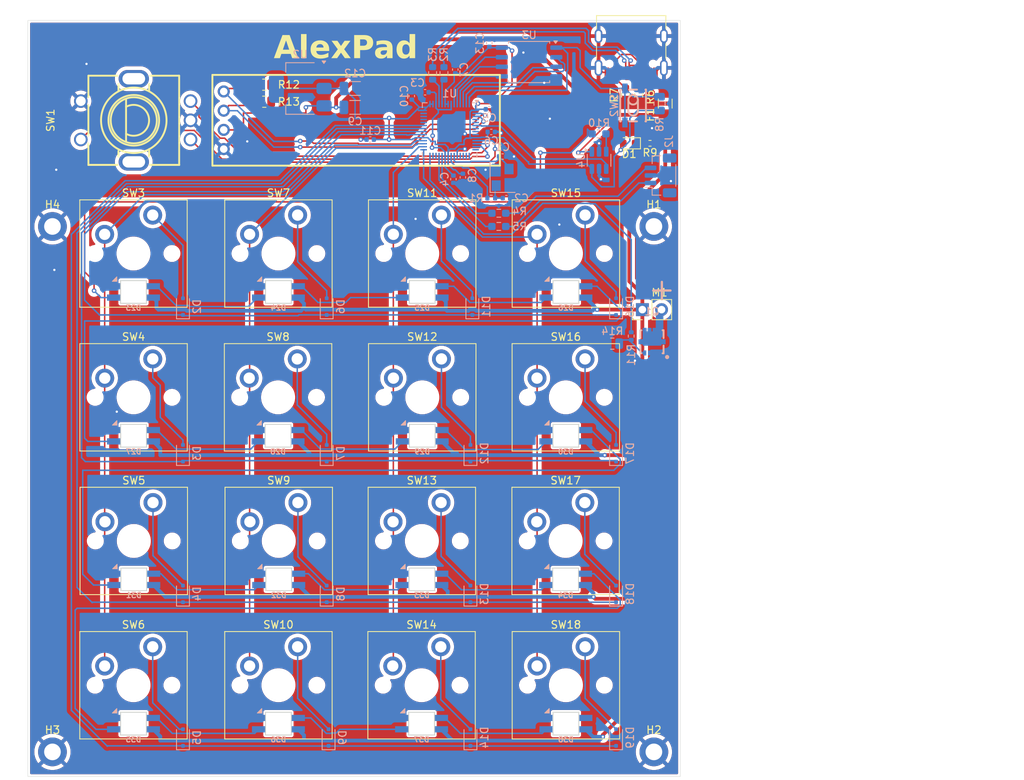
<source format=kicad_pcb>
(kicad_pcb (version 20241228) (generator "pcbnew") (generator_version "9.0")
  (layers (0 "F.Cu" signal) (2 "B.Cu" signal) (13 "F.Paste" user) (15 "B.Paste" user) (5 "F.SilkS" user "F.Silkscreen") (7 "B.SilkS" user "B.Silkscreen") (1 "F.Mask" user) (3 "B.Mask" user) (25 "Edge.Cuts" user))
  (net 0 "")
  (net 1 "Net-(U1-XIN)")
  (net 2 "+3V3")
  (net 3 "Net-(C2-Pad1)")
  (net 4 "+1V1")
  (net 5 "Net-(D1-K)")
  (net 6 "Net-(D2-A)")
  (net 7 "Net-(D3-A)")
  (net 8 "Net-(D4-A)")
  (net 9 "QSPI_SS")
  (net 10 "Net-(D5-A)")
  (net 11 "GND")
  (net 12 "Net-(D6-A)")
  (net 13 "D+")
  (net 14 "Net-(D7-A)")
  (net 15 "SCL")
  (net 16 "SDA")
  (net 17 "D-")
  (net 18 "QSPI_SD1")
  (net 19 "QSPI_SD3")
  (net 20 "QSPI_SCLK")
  (net 21 "QSPI_SD0")
  (net 22 "QSPI_SD2")
  (net 23 "Net-(D8-A)")
  (net 24 "Net-(D9-A)")
  (net 25 "Net-(D23-DIN)")
  (net 26 "Net-(D23-DOUT)")
  (net 27 "ROT_B")
  (net 28 "ROT_A")
  (net 29 "Net-(D11-A)")
  (net 30 "LED")
  (net 31 "Net-(D12-A)")
  (net 32 "Net-(D13-A)")
  (net 33 "ROT_SW")
  (net 34 "Net-(D14-A)")
  (net 35 "Net-(D24-DOUT)")
  (net 36 "Net-(D16-A)")
  (net 37 "Net-(D17-A)")
  (net 38 "ROW2")
  (net 39 "COL0")
  (net 40 "ROW0")
  (net 41 "Net-(D18-A)")
  (net 42 "Net-(D19-A)")
  (net 43 "Net-(D25-DOUT)")
  (net 44 "ROW3")
  (net 45 "Net-(U1-XOUT)")
  (net 46 "Net-(U1-USB_DP)")
  (net 47 "COL3")
  (net 48 "Net-(U1-USB_DM)")
  (net 49 "Net-(U4-A)")
  (net 50 "ROW1")
  (net 51 "COL2")
  (net 54 "COL1")
  (net 55 "Net-(J1-CC2)")
  (net 56 "Net-(F1-Pad1)")
  (net 57 "Net-(J1-CC1)")
  (net 58 "+5V")
  (net 67 "Net-(M1--)")
  (net 74 "Net-(U1-SWCLK)")
  (net 75 "SWCLK")
  (net 76 "Net-(U1-SWD)")
  (net 77 "SWD")
  (net 78 "Net-(Q1-G)")
  (net 79 "VIBRATIONMOTOR")
  (net 80 "Net-(D26-DOUT)")
  (net 81 "Net-(D27-DOUT)")
  (net 82 "Net-(D28-DOUT)")
  (net 83 "Net-(D29-DOUT)")
  (net 84 "Net-(D30-DOUT)")
  (net 85 "Net-(D31-DOUT)")
  (net 86 "Net-(D32-DOUT)")
  (net 87 "Net-(D33-DOUT)")
  (net 88 "Net-(D34-DOUT)")
  (net 89 "Net-(D35-DOUT)")
  (net 90 "Net-(D36-DOUT)")
  (net 91 "Net-(D37-DOUT)")
  (footprint "Connector_PinHeader_2.54mm:PinHeader_1x02_P2.54mm_Vertical" (layer "F.Cu") (at 185.475 101.25 90)
    (property "Reference" "M1")
    (property "Value" "Vibration Motor")
  )
  (footprint "PCM_Switch_Keyboard_Cherry_MX:SW_Cherry_MX_PCB_1.00u" (layer "F.Cu") (at 137.32 112.85)
    (property "Reference" "SW8")
    (property "Value" "Cherry MX Blue")
  )
  (footprint "PCM_Switch_Keyboard_Cherry_MX:SW_Cherry_MX_PCB_1.00u" (layer "F.Cu") (at 118.25 131.85)
    (property "Reference" "SW5")
    (property "Value" "Cherry MX Blue")
  )
  (footprint "PCM_Switch_Keyboard_Cherry_MX:SW_Cherry_MX_PCB_1.00u" (layer "F.Cu") (at 137.37 150.93)
    (property "Reference" "SW10")
    (property "Value" "Cherry MX Blue")
  )
  (footprint "PCM_Switch_Keyboard_Cherry_MX:SW_Cherry_MX_PCB_1.00u" (layer "F.Cu") (at 175.33 131.85)
    (property "Reference" "SW17")
    (property "Value" "Cherry MX Blue")
  )
  (footprint "PCM_Switch_Keyboard_Cherry_MX:SW_Cherry_MX_PCB_1.00u" (layer "F.Cu") (at 137.37 93.83)
    (property "Reference" "SW7")
    (property "Value" "Cherry MX Blue")
  )
  (footprint "MountingHole:MountingHole_2.2mm_M2_DIN965_Pad" (layer "F.Cu") (at 187 90.25)
    (property "Reference" "H1")
    (property "Value" "MountingHole_Pad")
  )
  (footprint "Resistor_SMD:R_0805_2012Metric" (layer "F.Cu") (at 135.5 71.5 180)
    (property "Reference" "R12")
    (property "Value" "10k")
  )
  (footprint "PCM_Switch_Keyboard_Cherry_MX:SW_Cherry_MX_PCB_1.00u" (layer "F.Cu") (at 175.36 112.85)
    (property "Reference" "SW16")
    (property "Value" "Cherry MX Blue")
  )
  (footprint "MountingHole:MountingHole_2.2mm_M2_DIN965_Pad" (layer "F.Cu") (at 107.5 90.25)
    (property "Reference" "H4")
    (property "Value" "MountingHole_Pad")
  )
  (footprint "PCM_Switch_Keyboard_Cherry_MX:SW_Cherry_MX_PCB_1.00u" (layer "F.Cu") (at 175.37 93.83)
    (property "Reference" "SW15")
    (property "Value" "Cherry MX Blue")
  )
  (footprint "easyeda2kicad:SW-TH_EC11XXXXXXXX" (layer "F.Cu") (at 118.5 76.21 90)
    (property "Reference" "SW1")
    (property "Value" "RotaryEncoder_Switch")
  )
  (footprint "Resistor_SMD:R_0402_1005Metric" (layer "F.Cu") (at 186.48625 79.25)
    (property "Reference" "R9")
    (property "Value" "1k")
  )
  (footprint "Resistor_SMD:R_0805_2012Metric" (layer "F.Cu") (at 135.5 73.75 180)
    (property "Reference" "R13")
    (property "Value" "10k")
  )
  (footprint "PCM_Switch_Keyboard_Cherry_MX:SW_Cherry_MX_PCB_1.00u" (layer "F.Cu") (at 118.21 150.93)
    (property "Reference" "SW6")
    (property "Value" "Cherry MX Blue")
  )
  (footprint "PCM_Switch_Keyboard_Cherry_MX:SW_Cherry_MX_PCB_1.00u" (layer "F.Cu") (at 137.41 131.85)
    (property "Reference" "SW9")
    (property "Value" "Cherry MX Blue")
  )
  (footprint "MountingHole:MountingHole_2.2mm_M2_DIN965_Pad" (layer "F.Cu") (at 187 159.75)
    (property "Reference" "H2")
    (property "Value" "MountingHole_Pad")
  )
  (footprint "Resistor_SMD:R_0603_1608Metric_Pad0.98x0.95mm_HandSolder" (layer "F.Cu") (at 183.25 72.895 -90)
    (property "Reference" "R7")
    (property "Value" "5.1k")
  )
  (footprint "LED_SMD:LED_0603_1608Metric" (layer "F.Cu") (at 183.73625 79.25 180)
    (property "Reference" "D1")
    (property "Value" "LED_Filled")
  )
  (footprint "MountingHole:MountingHole_2.2mm_M2_DIN965_Pad" (layer "F.Cu") (at 107.5 159.75)
    (property "Reference" "H3")
    (property "Value" "MountingHole_Pad")
  )
  (footprint "Fuse:Fuse_1206_3216Metric_Pad1.42x1.75mm_HandSolder" (layer "F.Cu") (at 188.5 74 -90)
    (property "Reference" "F1")
    (property "Value" "500ma/1A")
  )
  (footprint "PCM_Switch_Keyboard_Cherry_MX:SW_Cherry_MX_PCB_1.00u" (layer "F.Cu") (at 118.21 93.83)
    (property "Reference" "SW3")
    (property "Value" "Cherry MX Blue")
  )
  (footprint "PCM_Switch_Keyboard_Cherry_MX:SW_Cherry_MX_PCB_1.00u" (layer "F.Cu") (at 175.37 150.93)
    (property "Reference" "SW18")
    (property "Value" "Cherry MX Blue")
  )
  (footprint "Resistor_SMD:R_0603_1608Metric_Pad0.98x0.95mm_HandSolder" (layer "F.Cu") (at 185 72.895 -90)
    (property "Reference" "R6")
    (property "Value" "5.1k")
  )
  (footprint "PCM_Switch_Keyboard_Cherry_MX:SW_Cherry_MX_PCB_1.00u" (layer "F.Cu") (at 156.33 131.85)
    (property "Reference" "SW13")
    (property "Value" "Cherry MX Blue")
  )
  (footprint "PCM_Switch_Keyboard_Cherry_MX:SW_Cherry_MX_PCB_1.00u" (layer "F.Cu") (at 156.29 150.93)
    (property "Reference" "SW14")
    (property "Value" "Cherry MX Blue")
  )
  (footprint "PCM_Switch_Keyboard_Cherry_MX:SW_Cherry_MX_PCB_1.00u" (layer "F.Cu") (at 156.37 93.83)
    (property "Reference" "SW11")
    (property "Value" "Cherry MX Blue")
  )
  (footprint "Connector_USB:USB_C_Receptacle_G-Switch_GT-USB-7010ASV" (layer "F.Cu") (at 184 66.145 180)
    (property "Reference" "J1" (hide yes))
    (property "Value" "USB_C_Receptacle_USB2.0_14P")
  )
  (footprint "easyeda2kicad:OLED-TH_L38.0-W12.0_HS91L02W2C01" (layer "F.Cu") (at 130.141483 76.204966)
    (property "Reference" "J3" (hide yes))
    (property "Value" "Conn_01x04_Socket")
  )
  (footprint "PCM_Switch_Keyboard_Cherry_MX:SW_Cherry_MX_PCB_1.00u" (layer "F.Cu") (at 156.38 112.85)
    (property "Reference" "SW12")
    (property "Value" "Cherry MX Blue")
  )
  (footprint "PCM_Switch_Keyboard_Cherry_MX:SW_Cherry_MX_PCB_1.00u" (layer "F.Cu") (at 118.22 112.85)
    (property "Reference" "SW4")
    (property "Value" "Cherry MX Blue")
  )
  (footprint "Diode_SMD:D_SOD-323F" (layer "B.Cu") (at 163 100.85 90)
    (property "Reference" "D11")
    (property "Value" "1N4148WS")
  )
  (footprint "Diode_SMD:D_SOD-323F" (layer "B.Cu") (at 143.75 138.85 90)
    (property "Reference" "D8")
    (property "Value" "1N4148WS")
  )
  (footprint "Capacitor_SMD:C_0402_1005Metric" (layer "B.Cu") (at 161.75 83.75 -90)
    (property "Reference" "C8")
    (property "Value" "100nF")
  )
  (footprint "Diode_SMD:D_SOD-323F" (layer "B.Cu") (at 182 138.85 90)
    (property "Reference" "D18")
    (property "Value" "1N4148WS")
  )
  (footprint "Package_SO:SOIC-8_5.23x5.23mm_P1.27mm" (layer "B.Cu") (at 170.5 68.5 180)
    (property "Reference" "U3")
    (property "Value" "W25Q128JVS")
  )
  (footprint "Crystal:Crystal_SMD_3225-4Pin_3.2x2.5mm" (layer "B.Cu") (at 167 83.75 90)
    (property "Reference" "Y1" (hide yes))
    (property "Value" "Crystal_GND24" (hide yes))
  )
  (footprint "Capacitor_SMD:C_0402_1005Metric" (layer "B.Cu") (at 167.5 86.5)
    (property "Reference" "C2")
    (property "Value" "15pF")
  )
  (footprint "Capacitor_SMD:C_0402_1005Metric" (layer "B.Cu") (at 160.5 84 -90)
    (property "Reference" "C4")
    (property "Value" "1uF")
  )
  (footprint "easyeda2kicad:SW-SMD_4P-L4.2-W3.3-P2.15-LS5.1" (layer "B.Cu") (at 184.25 74.25 90)
    (property "Reference" "SW2")
    (property "Value" "TS-1089S-02526")
  )
  (footprint "Diode_SMD:D_SOD-323F" (layer "B.Cu") (at 162.75 138.85 90)
    (property "Reference" "D13")
    (property "Value" "1N4148WS")
  )
  (footprint "Resistor_SMD:R_0402_1005Metric" (layer "B.Cu") (at 165.5 86.5 180)
    (property "Reference" "R1")
    (property "Value" "1k")
  )
  (footprint "Diode_SMD:D_SOD-323F" (layer "B.Cu") (at 124.75 157.85 90)
    (property "Reference" "D5")
    (property "Value" "1N4148WS")
  )
  (footprint "Capacitor_SMD:C_0402_1005Metric" (layer "B.Cu") (at 156.75 72.5 180)
    (property "Reference" "C3")
    (property "Value" "1uF")
  )
  (footprint "cheyao macropad main PCB-third_party_neopixel.petty:SK6812MINI-E" (layer "B.Cu") (at 175.37 98.91 180)
    (property "Reference" "D26")
    (property "Value" "SK6812MINI" (hide yes))
    (fp_line (start 1.7 1.5) (end 1.7 -1.5) (stroke (width 0.12)) (layer "Edge.Cuts"))
    (fp_line (start 1.7 -1.5) (end -1.7 -1.5) (stroke (width 0.12)) (layer "Edge.Cuts"))
    (fp_line (start -1.7 1.5) (end 1.7 1.5) (stroke (width 0.12)) (layer "Edge.Cuts"))
    (fp_line (start -1.7 -1.5) (end -1.7 1.5) (stroke (width 0.12)) (layer "Edge.Cuts"))
  )
  (footprint "Diode_SMD:D_SOD-323F" (layer "B.Cu") (at 182 157.85 90)
    (property "Reference" "D19")
    (property "Value" "1N4148WS")
  )
  (footprint "cheyao macropad main PCB-third_party_neopixel.petty:SK6812MINI-E" (layer "B.Cu") (at 137.32 117.93 180)
    (property "Reference" "D28")
    (property "Value" "SK6812MINI" (hide yes))
    (fp_line (start 1.7 1.5) (end 1.7 -1.5) (stroke (width 0.12)) (layer "Edge.Cuts"))
    (fp_line (start 1.7 -1.5) (end -1.7 -1.5) (stroke (width 0.12)) (layer "Edge.Cuts"))
    (fp_line (start -1.7 1.5) (end 1.7 1.5) (stroke (width 0.12)) (layer "Edge.Cuts"))
    (fp_line (start -1.7 -1.5) (end -1.7 1.5) (stroke (width 0.12)) (layer "Edge.Cuts"))
  )
  (footprint "Resistor_SMD:R_0603_1608Metric_Pad0.98x0.95mm_HandSolder" (layer "B.Cu") (at 166.5 88.5 180)
    (property "Reference" "R4")
    (property "Value" "100")
  )
  (footprint "Capacitor_SMD:C_1206_3216Metric" (layer "B.Cu") (at 147.5 72)
    (property "Reference" "C12")
    (property "Value" "10uF")
  )
  (footprint "Resistor_SMD:R_0402_1005Metric" (layer "B.Cu") (at 184 104.75 -90)
    (property "Reference" "R11")
    (property "Value" "1k")
  )
  (footprint "Diode_SMD:D_SOD-323F" (layer "B.Cu") (at 162.75 157.85 90)
    (property "Reference" "D14")
    (property "Value" "1N4148WS")
  )
  (footprint "Diode_SMD:D_SOD-323F" (layer "B.Cu") (at 143.75 120.25 90)
    (property "Reference" "D7")
    (property "Value" "1N4148WS")
  )
  (footprint "Diode_SMD:D_SOD-323F" (layer "B.Cu") (at 162.75 120.25 90)
    (property "Reference" "D12")
    (property "Value" "1N4148WS")
  )
  (footprint "cheyao macropad main PCB-third_party_neopixel.petty:SK6812MINI-E" (layer "B.Cu") (at 137.37 98.91 180)
    (property "Reference" "D24")
    (property "Value" "SK6812MINI" (hide yes))
    (fp_line (start 1.7 1.5) (end 1.7 -1.5) (stroke (width 0.12)) (layer "Edge.Cuts"))
    (fp_line (start 1.7 -1.5) (end -1.7 -1.5) (stroke (width 0.12)) (layer "Edge.Cuts"))
    (fp_line (start -1.7 1.5) (end 1.7 1.5) (stroke (width 0.12)) (layer "Edge.Cuts"))
    (fp_line (start -1.7 -1.5) (end -1.7 1.5) (stroke (width 0.12)) (layer "Edge.Cuts"))
  )
  (footprint "Capacitor_SMD:C_0402_1005Metric" (layer "B.Cu") (at 160.75 69.5 90)
    (property "Reference" "C7")
    (property "Value" "1uF")
  )
  (footprint "Diode_SMD:D_SOD-323F" (layer "B.Cu") (at 124.75 120.25 90)
    (property "Reference" "D3")
    (property "Value" "1N4148WS")
  )
  (footprint "cheyao macropad main PCB-third_party_neopixel.petty:SK6812MINI-E" (layer "B.Cu") (at 156.29 156.01 180)
    (property "Reference" "D37")
    (property "Value" "SK6812MINI" (hide yes))
    (fp_line (start 1.7 1.5) (end 1.7 -1.5) (stroke (width 0.12)) (layer "Edge.Cuts"))
    (fp_line (start 1.7 -1.5) (end -1.7 -1.5) (stroke (width 0.12)) (layer "Edge.Cuts"))
    (fp_line (start -1.7 1.5) (end 1.7 1.5) (stroke (width 0.12)) (layer "Edge.Cuts"))
    (fp_line (start -1.7 -1.5) (end -1.7 1.5) (stroke (width 0.12)) (layer "Edge.Cuts"))
  )
  (footprint "Resistor_SMD:R_0805_2012Metric" (layer "B.Cu") (at 181.5 105.75 180)
    (property "Reference" "R14")
    (property "Value" "10k")
  )
  (footprint "Package_DFN_QFN:QFN-56-1EP_7x7mm_P0.4mm_EP3.2x3.2mm" (layer "B.Cu") (at 160 77.5 180)
    (property "Reference" "U1")
    (property "Value" "RP2040")
  )
  (footprint "cheyao macropad main PCB-third_party_neopixel.petty:SK6812MINI-E" (layer "B.Cu") (at 156.33 136.93 180)
    (property "Reference" "D33")
    (property "Value" "SK6812MINI" (hide yes))
    (fp_line (start 1.7 1.5) (end 1.7 -1.5) (stroke (width 0.12)) (layer "Edge.Cuts"))
    (fp_line (start 1.7 -1.5) (end -1.7 -1.5) (stroke (width 0.12)) (layer "Edge.Cuts"))
    (fp_line (start -1.7 1.5) (end 1.7 1.5) (stroke (width 0.12)) (layer "Edge.Cuts"))
    (fp_line (start -1.7 -1.5) (end -1.7 1.5) (stroke (width 0.12)) (layer "Edge.Cuts"))
  )
  (footprint "Capacitor_SMD:C_0402_1005Metric" (layer "B.Cu") (at 165.25 66 90)
    (property "Reference" "C13")
    (property "Value" "100nF")
  )
  (footprint "cheyao macropad main PCB-third_party_neopixel.petty:SK6812MINI-E" (layer "B.Cu") (at 118.21 98.91 180)
    (property "Reference" "D23")
    (property "Value" "SK6812MINI" (hide yes))
    (fp_line (start 1.7 1.5) (end 1.7 -1.5) (stroke (width 0.12)) (layer "Edge.Cuts"))
    (fp_line (start 1.7 -1.5) (end -1.7 -1.5) (stroke (width 0.12)) (layer "Edge.Cuts"))
    (fp_line (start -1.7 1.5) (end 1.7 1.5) (stroke (width 0.12)) (layer "Edge.Cuts"))
    (fp_line (start -1.7 -1.5) (end -1.7 1.5) (stroke (width 0.12)) (layer "Edge.Cuts"))
  )
  (footprint "Diode_SMD:D_SOD-323F" (layer "B.Cu") (at 124.75 100.85 90)
    (property "Reference" "D2")
    (property "Value" "1N4148WS")
  )
  (footprint "Diode_SMD:D_SOD-323F" (layer "B.Cu") (at 144 157.85 90)
    (property "Reference" "D9")
    (property "Value" "1N4148WS")
  )
  (footprint "Resistor_SMD:R_0603_1608Metric_Pad0.98x0.95mm_HandSolder" (layer "B.Cu") (at 179.75 78 180)
    (property "Reference" "R10")
    (property "Value" "330")
  )
  (footprint "Resistor_SMD:R_0805_2012Metric" (layer "B.Cu") (at 187.75 74 90)
    (property "Reference" "R8")
    (property "Value" "10k")
  )
  (footprint "Resistor_SMD:R_0603_1608Metric" (layer "B.Cu") (at 157.75 70 -90)
    (property "Reference" "R3")
    (property "Value" "27.4")
  )
  (footprint "Diode_SMD:D_SOD-323F" (layer "B.Cu") (at 182 100.85 90)
    (property "Reference" "D16")
    (property "Value" "1N4148WS")
  )
  (footprint "cheyao macropad main PCB-third_party_neopixel.petty:SK6812MINI-E" (layer "B.Cu") (at 156.37 98.91 180)
    (property "Reference" "D25")
    (property "Value" "SK6812MINI" (hide yes))
    (fp_line (start 1.7 1.5) (end 1.7 -1.5) (stroke (width 0.12)) (layer "Edge.Cuts"))
    (fp_line (start 1.7 -1.5) (end -1.7 -1.5) (stroke (width 0.12)) (layer "Edge.Cuts"))
    (fp_line (start -1.7 1.5) (end 1.7 1.5) (stroke (width 0.12)) (layer "Edge.Cuts"))
    (fp_line (start -1.7 -1.5) (end -1.7 1.5) (stroke (width 0.12)) (layer "Edge.Cuts"))
  )
  (footprint "Diode_SMD:D_SOD-323F" (layer "B.Cu") (at 143.75 100.85 90)
    (property "Reference" "D6")
    (property "Value" "1N4148WS")
  )
  (footprint "Capacitor_SMD:C_0402_1005Metric" (layer "B.Cu") (at 149.5 78.75 180)
    (property "Reference" "C11")
    (property "Value" "1uF")
  )
  (footprint "Resistor_SMD:R_0603_1608Metric_Pad0.98x0.95mm_HandSolder" (layer "B.Cu") (at 166.5 90.25)
    (property "Reference" "R5")
    (property "Value" "100")
  )
  (footprint "cheyao macropad main PCB-third_party_neopixel.petty:SK6812MINI-E" (layer "B.Cu") (at 137.41 136.93 180)
    (property "Reference" "D32")
    (property "Value" "SK6812MINI" (hide yes))
    (fp_line (start 1.7 1.5) (end 1.7 -1.5) (stroke (width 0.12)) (layer "Edge.Cuts"))
    (fp_line (start 1.7 -1.5) (end -1.7 -1.5) (stroke (width 0.12)) (layer "Edge.Cuts"))
    (fp_line (start -1.7 1.5) (end 1.7 1.5) (stroke (width 0.12)) (layer "Edge.Cuts"))
    (fp_line (start -1.7 -1.5) (end -1.7 1.5) (stroke (width 0.12)) (layer "Edge.Cuts"))
  )
  (footprint "cheyao macropad main PCB-third_party_neopixel.petty:SK6812MINI-E" (layer "B.Cu") (at 137.37 156.01 180)
    (property "Reference" "D36")
    (property "Value" "SK6812MINI" (hide yes))
    (fp_line (start 1.7 1.5) (end 1.7 -1.5) (stroke (width 0.12)) (layer "Edge.Cuts"))
    (fp_line (start 1.7 -1.5) (end -1.7 -1.5) (stroke (width 0.12)) (layer "Edge.Cuts"))
    (fp_line (start -1.7 1.5) (end 1.7 1.5) (stroke (width 0.12)) (layer "Edge.Cuts"))
    (fp_line (start -1.7 -1.5) (end -1.7 1.5) (stroke (width 0.12)) (layer "Edge.Cuts"))
  )
  (footprint "Capacitor_SMD:C_0402_1005Metric" (layer "B.Cu") (at 165.5 77.75)
    (property "Reference" "C6")
    (property "Value" "100nF")
  )
  (footprint "cheyao macropad main PCB-third_party_neopixel.petty:SK6812MINI-E" (layer "B.Cu") (at 118.21 156.01 180)
    (property "Reference" "D35")
    (property "Value" "SK6812MINI" (hide yes))
    (fp_line (start 1.7 1.5) (end 1.7 -1.5) (stroke (width 0.12)) (layer "Edge.Cuts"))
    (fp_line (start 1.7 -1.5) (end -1.7 -1.5) (stroke (width 0.12)) (layer "Edge.Cuts"))
    (fp_line (start -1.7 1.5) (end 1.7 1.5) (stroke (width 0.12)) (layer "Edge.Cuts"))
    (fp_line (start -1.7 -1.5) (end -1.7 1.5) (stroke (width 0.12)) (layer "Edge.Cuts"))
  )
  (footprint "Diode_SMD:D_SOD-323F" (layer "B.Cu") (at 124.75 138.85 90)
    (property "Reference" "D4")
    (property "Value" "1N4148WS")
  )
  (footprint "cheyao macropad main PCB-third_party_neopixel.petty:SK6812MINI-E" (layer "B.Cu") (at 118.22 117.93 180)
    (property "Reference" "D27")
    (property "Value" "SK6812MINI" (hide yes))
    (fp_line (start 1.7 1.5) (end 1.7 -1.5) (stroke (width 0.12)) (layer "Edge.Cuts"))
    (fp_line (start 1.7 -1.5) (end -1.7 -1.5) (stroke (width 0.12)) (layer "Edge.Cuts"))
    (fp_line (start -1.7 1.5) (end 1.7 1.5) (stroke (width 0.12)) (layer "Edge.Cuts"))
    (fp_line (start -1.7 -1.5) (end -1.7 1.5) (stroke (width 0.12)) (layer "Edge.Cuts"))
  )
  (footprint "cheyao macropad main PCB-third_party_neopixel.petty:SK6812MINI-E" (layer "B.Cu") (at 175.33 136.93 180)
    (property "Reference" "D34")
    (property "Value" "SK6812MINI" (hide yes))
    (fp_line (start 1.7 1.5) (end 1.7 -1.5) (stroke (width 0.12)) (layer "Edge.Cuts"))
    (fp_line (start 1.7 -1.5) (end -1.7 -1.5) (stroke (width 0.12)) (layer "Edge.Cuts"))
    (fp_line (start -1.7 1.5) (end 1.7 1.5) (stroke (width 0.12)) (layer "Edge.Cuts"))
    (fp_line (start -1.7 -1.5) (end -1.7 1.5) (stroke (width 0.12)) (layer "Edge.Cuts"))
  )
  (footprint "Capacitor_SMD:C_0402_1005Metric" (layer "B.Cu") (at 167 81)
    (property "Reference" "C1")
    (property "Value" "15pF")
  )
  (footprint "cheyao macropad main PCB-third_party_neopixel.petty:SK6812MINI-E" (layer "B.Cu") (at 175.36 117.93 180)
    (property "Reference" "D30")
    (property "Value" "SK6812MINI" (hide yes))
    (fp_line (start 1.7 1.5) (end 1.7 -1.5) (stroke (width 0.12)) (layer "Edge.Cuts"))
    (fp_line (start 1.7 -1.5) (end -1.7 -1.5) (stroke (width 0.12)) (layer "Edge.Cuts"))
    (fp_line (start -1.7 1.5) (end 1.7 1.5) (stroke (width 0.12)) (layer "Edge.Cuts"))
    (fp_line (start -1.7 -1.5) (end -1.7 1.5) (stroke (width 0.12)) (layer "Edge.Cuts"))
  )
  (footprint "Capacitor_SMD:C_1206_3216Metric" (layer "B.Cu") (at 147.5 74.5)
    (property "Reference" "C9")
    (property "Value" "10uF")
  )
  (footprint "Resistor_SMD:R_0603_1608Metric" (layer "B.Cu") (at 159.25 70 -90)
    (property "Reference" "R2")
    (property "Value" "27.4")
  )
  (footprint "cheyao macropad main PCB-third_party_neopixel.petty:SK6812MINI-E" (layer "B.Cu") (at 118.25 136.93 180)
    (property "Reference" "D31")
    (property "Value" "SK6812MINI" (hide yes))
    (fp_line (start 1.7 1.5) (end 1.7 -1.5) (stroke (width 0.12)) (layer "Edge.Cuts"))
    (fp_line (start 1.7 -1.5) (end -1.7 -1.5) (stroke (width 0.12)) (layer "Edge.Cuts"))
    (fp_line (start -1.7 1.5) (end 1.7 1.5) (stroke (width 0.12)) (layer "Edge.Cuts"))
    (fp_line (start -1.7 -1.5) (end -1.7 1.5) (stroke (width 0.12)) (layer "Edge.Cuts"))
  )
  (footprint "cheyao macropad main PCB-third_party_neopixel.petty:SK6812MINI-E" (layer "B.Cu") (at 175.37 156.01 180)
    (property "Reference" "D38")
    (property "Value" "SK6812MINI" (hide yes))
    (fp_line (start 1.7 1.5) (end 1.7 -1.5) (stroke (width 0.12)) (layer "Edge.Cuts"))
    (fp_line (start 1.7 -1.5) (end -1.7 -1.5) (stroke (width 0.12)) (layer "Edge.Cuts"))
    (fp_line (start -1.7 1.5) (end 1.7 1.5) (stroke (width 0.12)) (layer "Edge.Cuts"))
    (fp_line (start -1.7 -1.5) (end -1.7 1.5) (stroke (width 0.12)) (layer "Edge.Cuts"))
  )
  (footprint "Capacitor_SMD:C_0402_1005Metric" (layer "B.Cu") (at 155 73 90)
    (property "Reference" "C10")
    (property "Value" "1uF")
  )
  (footprint "Diode_SMD:D_SOD-323F" (layer "B.Cu") (at 182 120.25 90)
    (property "Reference" "D17")
    (property "Value" "1N4148WS")
  )
  (footprint "Connector_JST:JST_SH_BM03B-SRSS-TB_1x03-1MP_P1.00mm_Vertical" (layer "B.Cu") (at 187.882451 83.501738 90)
    (property "Reference" "J2")
    (property "Value" "Conn_01x03")
  )
  (footprint "easyeda2kicad:WDFN-5_L3.3-W3.3-P0.65-BL" (layer "B.Cu") (at 186.75 106.24 180)
    (property "Reference" "Q1")
    (property "Value" "TM30N03ADF")
  )
  (footprint "cheyao macropad main PCB-third_party_neopixel.petty:SK6812MINI-E" (layer "B.Cu") (at 156.38 117.93 180)
    (property "Reference" "D29")
    (property "Value" "SK6812MINI" (hide yes))
    (fp_line (start 1.7 1.5) (end 1.7 -1.5) (stroke (width 0.12)) (layer "Edge.Cuts"))
    (fp_line (start 1.7 -1.5) (end -1.7 -1.5) (stroke (width 0.12)) (layer "Edge.Cuts"))
    (fp_line (start -1.7 1.5) (end 1.7 1.5) (stroke (width 0.12)) (layer "Edge.Cuts"))
    (fp_line (start -1.7 -1.5) (end -1.7 1.5) (stroke (width 0.12)) (layer "Edge.Cuts"))
  )
  (footprint "Capacitor_SMD:C_0402_1005Metric" (layer "B.Cu") (at 165.25 74.75)
    (property "Reference" "C5")
    (property "Value" "100nF")
  )
  (footprint "Package_TO_SOT_SMD:SOT-223-3_TabPin2" (layer "B.Cu") (at 140.25 72 180)
    (property "Reference" "U2")
    (property "Value" "AMS1117-3.3")
  )
  (footprint "Package_TO_SOT_SMD:SOT-23-6" (layer "B.Cu") (at 179.75 81.5 -90)
    (property "Reference" "U4")
    (property "Value" "SN74LVC1T45DBV")
  )
  (gr_rect (start 104.25 63) (end 190.5 163) (stroke (width 0.05)) (fill no) (layer "Edge.Cuts"))
  (gr_text "AlexPad" (at 136.75 68.5 0) (layer "F.SilkS") (effects (font (size 3 3) (thickness 0.3) (bold yes)) (justify left bottom)))
  (gr_text "+" (at 186 100.25 0) (layer "B.SilkS") (effects (font (size 3 3) (thickness 0.3) (bold yes)) (justify left bottom)))
  (segment (start 162.755617 81.717157) (end 160.782843 81.717157) (width 0.2) (layer "B.Cu") (net 1))
  (segment (start 166.52 81.309999) (end 166.180999 81.649) (width 0.2) (layer "B.Cu") (net 1))
  (segment (start 160.782843 81.717157) (end 160.6 81.534314) (width 0.2) (layer "B.Cu") (net 1))
  (segment (start 166.180999 81.649) (end 162.823774 81.649) (width 0.2) (layer "B.Cu") (net 1))
  (segment (start 166.52 81) (end 166.52 81.309999) (width 0.2) (layer "B.Cu") (net 1))
  (segment (start 162.823774 81.649) (end 162.755617 81.717157) (width 0.2) (layer "B.Cu") (net 1))
  (segment (start 166.52 81.02) (end 167.85 82.35) (width 0.2) (layer "B.Cu") (net 1))
  (segment (start 160.6 81.534314) (end 160.6 80.9375) (width 0.2) (layer "B.Cu") (net 1))
  (segment (start 163.75 74) (end 165.75 74) (width 0.2) (layer "F.Cu") (net 2))
  (segment (start 152 75.9) (end 152 78.75) (width 0.2) (layer "F.Cu") (net 2))
  (segment (start 168.25 71.5) (end 168.25 67) (width 0.2) (layer "F.Cu") (net 2))
  (segment (start 165.75 74) (end 168.25 71.5) (width 0.2) (layer "F.Cu") (net 2))
  (segment (start 182.625 79.57375) (end 182.625 80.125) (width 0.2) (layer "F.Cu") (net 2))
  (segment (start 182.69875 79.5) (end 182.625 79.57375) (width 0.2) (layer "F.Cu") (net 2))
  (via (at 182.625 80.125) (size 0.6) (drill 0.3) (layers "F.Cu" "B.Cu") (net 2))
  (via (at 163.75 74) (size 0.6) (drill 0.3) (layers "F.Cu" "B.Cu") (net 2))
  (via (at 152 78.75) (size 0.6) (drill 0.3) (layers "F.Cu" "B.Cu") (net 2))
  (via (at 168.25 67) (size 0.6) (drill 0.3) (layers "F.Cu" "B.Cu") (net 2))
  (via (at 152 75.9) (size 0.6) (drill 0.3) (layers "F.Cu" "B.Cu") (net 2))
  (segment (start 162.699 78.449) (end 162.699 75.103226) (width 0.2) (layer "B.Cu") (net 2))
  (segment (start 183.821 75.929) (end 183.821 78.929) (width 0.2) (layer "B.Cu") (net 2))
  (segment (start 162.904226 74.9) (end 163.4375 74.9) (width 0.2) (layer "B.Cu") (net 2))
  (segment (start 159.8 82.05) (end 160.5 82.75) (width 0.2) (layer "B.Cu") (net 2))
  (segment (start 165 78.5) (end 164.95 78.45) (width 0.2) (layer "B.Cu") (net 2))
  (segment (start 159.8 79.8) (end 159.401 79.401) (width 0.2) (layer "B.Cu") (net 2))
  (segment (start 162.904226 78.5) (end 162.903226 78.499) (width 0.2) (layer "B.Cu") (net 2))
  (segment (start 163.4375 74.9) (end 163.4375 74.3125) (width 0.2) (layer "B.Cu") (net 2))
  (segment (start 178.25 82.0875) (end 178.8 82.6375) (width 0.2) (layer "B.Cu") (net 2))
  (segment (start 155.065686 78.75) (end 155.165686 78.65) (width 0.2) (layer "B.Cu") (net 2))
  (segment (start 170.331371 81.7) (end 167.131371 78.5) (width 0.2) (layer "B.Cu") (net 2))
  (segment (start 161.901 78.849) (end 162.173887 78.576113) (width 0.2) (layer "B.Cu") (net 2))
  (segment (start 159.401 79.401) (end 158.099 79.401) (width 0.2) (layer "B.Cu") (net 2))
  (segment (start 159.4 72.35) (end 160.607809 71.142191) (width 0.2) (layer "B.Cu") (net 2))
  (segment (start 149.98 78.75) (end 152 78.75) (width 0.2) (layer "B.Cu") (net 2))
  (segment (start 163.4375 74.3125) (end 163.75 74) (width 0.2) (layer "B.Cu") (net 2))
  (segment (start 156.5625 74.9) (end 155.9 74.9) (width 0.2) (layer "B.Cu") (net 2))
  (segment (start 164.77 74.75) (end 163.5875 74.75) (width 0.2) (layer "B.Cu") (net 2))
  (segment (start 157.5 79) (end 157.5 78.902226) (width 0.2) (layer "B.Cu") (net 2))
  (segment (start 154.4825 76) (end 156.00125 74.48125) (width 0.2) (layer "B.Cu") (net 2))
  (segment (start 155.465272 78.5) (end 157.095774 78.5) (width 0.2) (layer "B.Cu") (net 2))
  (segment (start 162.826113 78.576113) (end 162.699 78.449) (width 0.2) (layer "B.Cu") (net 2))
  (segment (start 152 78.75) (end 155.065686 78.75) (width 0.2) (layer "B.Cu") (net 2))
  (segment (start 184.8375 74.9125) (end 187.75 74.9125) (width 0.2) (layer "B.Cu") (net 2))
  (segment (start 155.9 74.9) (end 155.74125 74.74125) (width 0.2) (layer "B.Cu") (net 2))
  (segment (start 178.8 83.730703) (end 178.8 82.6375) (width 0.2) (layer "B.Cu") (net 2))
  (segment (start 161.73 70) (end 165.25 66.48) (width 0.2) (layer "B.Cu") (net 2))
  (segment (start 161.283314 79.401) (end 161.901 79.401) (width 0.2) (layer "B.Cu") (net 2))
  (segment (start 160.684314 80) (end 161.283314 79.401) (width 0.2) (layer "B.Cu") (net 2))
  (segment (start 160.1 80) (end 160.684314 80) (width 0.2) (layer "B.Cu") (net 2))
  (segment (start 159.8 80.9375) (end 159.8 80.3) (width 0.2) (layer "B.Cu") (net 2))
  (segment (start 156.5625 74.9) (end 157.4 74.0625) (width 0.2) (layer "B.Cu") (net 2))
  (segment (start 165.02 78.48) (end 165 78.5) (width 0.2) (layer "B.Cu") (net 2))
  (segment (start 155.315271 78.65) (end 155.465272 78.5) (width 0.2) (layer "B.Cu") (net 2))
  (segment (start 167.845 66.595) (end 168.25 67) (width 0.2) (layer "B.Cu") (net 2))
  (segment (start 158.099 79.401) (end 158.099 79) (width 0.2) (layer "B.Cu") (net 2))
  (segment (start 159.8 80.9375) (end 159.8 82.05) (width 0.2) (layer "B.Cu") (net 2))
  (segment (start 181.75 81) (end 181.75 85) (width 0.2) (layer "B.Cu") (net 2))
  (segment (start 160.5 82.75) (end 160.75 82.75) (width 0.2) (layer "B.Cu") (net 2))
  (segment (start 170.5 82) (end 178.25 82) (width 0.2) (layer "B.Cu") (net 2))
  (segment (start 183.821 78.929) (end 182.625 80.125) (width 0.2) (layer "B.Cu") (net 2))
  (segment (start 159.4 74.0625) (end 159.4 72.35) (width 0.2) (layer "B.Cu") (net 2))
  (segment (start 165.02 77.75) (end 165.02 78.48) (width 0.2) (layer "B.Cu") (net 2))
  (segment (start 162.699 75.103226) (end 162.903226 74.899) (width 0.2) (layer "B.Cu") (net 2))
  (segment (start 146.025 72) (end 147.5 73.475) (width 0.2) (layer "B.Cu") (net 2))
  (segment (start 147.5 76) (end 154.4825 76) (width 0.2) (layer "B.Cu") (net 2))
  (segment (start 167.131371 78.5) (end 165 78.5) (width 0.2) (layer "B.Cu") (net 2))
  (segment (start 180.069297 85) (end 178.8 83.730703) (width 0.2) (layer "B.Cu") (net 2))
  (segment (start 161.901 79.401) (end 161.901 78.849) (width 0.2) (layer "B.Cu") (net 2))
  (segment (start 164.118628 78.5) (end 163.4375 78.5) (width 0.2) (layer "B.Cu") (net 2))
  (segment (start 164.95 78.45) (end 164.168628 78.45) (width 0.2) (layer "B.Cu") (net 2))
  (segment (start 170.434924 81.7) (end 170.331371 81.7) (width 0.2) (layer "B.Cu") (net 2))
  (segment (start 161.27 83.27) (end 161.75 83.27) (width 0.2) (layer "B.Cu") (net 2))
  (segment (start 137.1 72) (end 146.025 72) (width 0.2) (layer "B.Cu") (net 2))
  (segment (start 156.98125 74.48125) (end 156.00125 74.48125) (width 0.2) (layer "B.Cu") (net 2))
  (segment (start 159.8 80.3) (end 159.8 79.8) (width 0.2) (layer "B.Cu") (net 2))
  (segment (start 157.5 78.902226) (end 157.096774 78.499) (width 0.2) (layer "B.Cu") (net 2))
  (segment (start 181.75 85) (end 180.069297 85) (width 0.2) (layer "B.Cu") (net 2))
  (segment (start 182.625 80.125) (end 181.75 81) (width 0.2) (layer "B.Cu") (net 2))
  (segment (start 158.099 79) (end 157.5 79) (width 0.2) (layer "B.Cu") (net 2))
  (segment (start 163.5875 74.75) (end 163.4375 74.9) (width 0.2) (layer "B.Cu") (net 2))
  (segment (start 157.8 74.0625) (end 157.4 74.0625) (width 0.2) (layer "B.Cu") (net 2))
  (segment (start 160.607809 71.142191) (end 160.607809 70) (width 0.2) (layer "B.Cu") (net 2))
  (segment (start 164.168628 78.45) (end 164.118628 78.5) (width 0.2) (layer "B.Cu") (net 2))
  (segment (start 162.173887 78.576113) (end 162.826113 78.576113) (width 0.2) (layer "B.Cu") (net 2))
  (segment (start 160.75 82.75) (end 161.27 83.27) (width 0.2) (layer "B.Cu") (net 2))
  (segment (start 147.5 73.475) (end 147.5 76) (width 0.2) (layer "B.Cu") (net 2))
  (segment (start 162.903226 74.899) (end 162.904226 74.9) (width 0.2) (layer "B.Cu") (net 2))
  (segment (start 155.165686 78.65) (end 155.315271 78.65) (width 0.2) (layer "B.Cu") (net 2))
  (segment (start 159.8 74.0625) (end 159.4 74.0625) (width 0.2) (layer "B.Cu") (net 2))
  (segment (start 159.8 80.3) (end 160.1 80) (width 0.2) (layer "B.Cu") (net 2))
  (segment (start 170.434924 81.7) (end 170.434924 81.934924) (width 0.2) (layer "B.Cu") (net 2))
  (segment (start 160.607809 70) (end 161.73 70) (width 0.2) (layer "B.Cu") (net 2))
  (segment (start 170.434924 81.934924) (end 170.5 82) (width 0.2) (layer "B.Cu") (net 2))
  (segment (start 162.826113 78.576113) (end 162.903226 78.499) (width 0.2) (layer "B.Cu") (net 2))
  (segment (start 184.8375 74.9125) (end 183.821 75.929) (width 0.2) (layer "B.Cu") (net 2))
  (segment (start 156.00125 74.48125) (end 155 73.48) (width 0.2) (layer "B.Cu") (net 2))
  (segment (start 157.096774 78.499) (end 157.095774 78.5) (width 0.2) (layer "B.Cu") (net 2))
  (segment (start 178.25 82) (end 178.25 82.0875) (width 0.2) (layer "B.Cu") (net 2))
  (segment (start 165.365 66.595) (end 167.845 66.595) (width 0.2) (layer "B.Cu") (net 2))
  (segment (start 163.4375 78.5) (end 162.904226 78.5) (width 0.2) (layer "B.Cu") (net 2))
  (segment (start 166.01 86.5) (end 166.01 84.99) (width 0.2) (layer "B.Cu") (net 3))
  (segment (start 167.02 86.5) (end 166.01 86.5) (width 0.2) (layer "B.Cu") (net 3))
  (segment (start 157.674735 79.825265) (end 157.674735 79.326265) (width 0.2) (layer "F.Cu") (net 4))
  (segment (start 157.75 79.251) (end 157.75 78.25) (width 0.2) (layer "F.Cu") (net 4))
  (segment (start 157.674735 79.326265) (end 157.75 79.251) (width 0.2) (layer "F.Cu") (net 4))
  (via (at 157.75 78.25) (size 0.6) (drill 0.3) (layers "F.Cu" "B.Cu") (net 4))
  (via (at 157.674735 79.825265) (size 0.6) (drill 0.3) (layers "F.Cu" "B.Cu") (net 4))
  (segment (start 160.5 83.52) (end 159.4 82.42) (width 0.2) (layer "B.Cu") (net 4))
  (segment (start 160.2 74.8) (end 160.199 74.801) (width 0.2) (layer "B.Cu") (net 4))
  (segment (start 159.196774 74.801) (end 158.803226 74.801) (width 0.2) (layer "B.Cu") (net 4))
  (segment (start 157.75 76) (end 157.75 78.25) (width 0.2) (layer "B.Cu") (net 4))
  (segment (start 159.2 74.797774) (end 159.196774 74.801) (width 0.2) (layer "B.Cu") (net 4))
  (segment (start 159.4 80.4) (end 159.4 80.9375) (width 0.2) (layer "B.Cu") (net 4))
  (segment (start 158.803226 74.801) (end 158.8 74.797774) (width 0.2) (layer "B.Cu") (net 4))
  (segment (start 160.2 74.0625) (end 160.2 74.8) (width 0.2) (layer "B.Cu") (net 4))
  (segment (start 158.5 74.801) (end 158.5 75.25) (width 0.2) (layer "B.Cu") (net 4))
  (segment (start 158.825265 79.825265) (end 159.4 80.4) (width 0.2) (layer "B.Cu") (net 4))
  (segment (start 159.4 82.42) (end 159.4 80.9375) (width 0.2) (layer "B.Cu") (net 4))
  (segment (start 158.2 74.597774) (end 158.2 74.0625) (width 0.2) (layer "B.Cu") (net 4))
  (segment (start 158.2 74.0625) (end 158.2 72.7) (width 0.2) (layer "B.Cu") (net 4))
  (segment (start 158.2 72.7) (end 158 72.5) (width 0.2) (layer "B.Cu") (net 4))
  (segment (start 158.796774 74.801) (end 158.5 74.801) (width 0.2) (layer "B.Cu") (net 4))
  (segment (start 158.403226 74.801) (end 158.2 74.597774) (width 0.2) (layer "B.Cu") (net 4))
  (segment (start 158 72.5) (end 157.23 72.5) (width 0.2) (layer "B.Cu") (net 4))
  (segment (start 158.5 75.25) (end 157.75 76) (width 0.2) (layer "B.Cu") (net 4))
  (segment (start 160.199 74.801) (end 159.203226 74.801) (width 0.2) (layer "B.Cu") (net 4))
  (segment (start 159.203226 74.801) (end 159.2 74.797774) (width 0.2) (layer "B.Cu") (net 4))
  (segment (start 158.8 74.797774) (end 158.796774 74.801) (width 0.2) (layer "B.Cu") (net 4))
  (segment (start 157.674735 79.825265) (end 158.825265 79.825265) (width 0.2) (layer "B.Cu") (net 4))
  (segment (start 158.5 74.801) (end 158.403226 74.801) (width 0.2) (layer "B.Cu") (net 4))
  (segment (start 185.97625 79.25) (end 184.52375 79.25) (width 0.2) (layer "F.Cu") (net 5))
  (segment (start 124.75 92.75) (end 124.75 99.75) (width 0.2) (layer "B.Cu") (net 6))
  (segment (start 120.75 88.75) (end 124.75 92.75) (width 0.2) (layer "B.Cu") (net 6))
  (segment (start 120.76 110.26) (end 121.75 111.25) (width 0.2) (layer "B.Cu") (net 7))
  (segment (start 121.75 111.25) (end 121.75 115.5) (width 0.2) (layer "B.Cu") (net 7))
  (segment (start 124.75 118.5) (end 124.75 119.15) (width 0.2) (layer "B.Cu") (net 7))
  (segment (start 120.76 107.77) (end 120.76 110.26) (width 0.2) (layer "B.Cu") (net 7))
  (segment (start 121.75 115.5) (end 124.75 118.5) (width 0.2) (layer "B.Cu") (net 7))
  (segment (start 120.79 133.79) (end 124.75 137.75) (width 0.2) (layer "B.Cu") (net 8))
  (segment (start 120.79 126.77) (end 120.79 133.79) (width 0.2) (layer "B.Cu") (net 8))
  (segment (start 183.17 72) (end 183.17 76.5) (width 0.2) (layer "B.Cu") (net 9))
  (segment (start 183.17 72) (end 180 72) (width 0.2) (layer "B.Cu") (net 9))
  (segment (start 176.845 66.595) (end 174.1 66.595) (width 0.2) (layer "B.Cu") (net 9))
  (segment (start 162.6 74.0625) (end 162.6 73.15) (width 0.2) (layer "B.Cu") (net 9))
  (segment (start 177.25 69.25) (end 177.25 67) (width 0.2) (layer "B.Cu") (net 9))
  (segment (start 175.5 69.744068) (end 175.602 69.642068) (width 0.2) (layer "B.Cu") (net 9))
  (segment (start 174.845 66.595) (end 174.1 66.595) (width 0.2) (layer "B.Cu") (net 9))
  (segment (start 175.602 67.352) (end 174.845 66.595) (width 0.2) (layer "B.Cu") (net 9))
  (segment (start 175.5 72.25) (end 175.5 69.744068) (width 0.2) (layer "B.Cu") (net 9))
  (segment (start 180 72) (end 177.25 69.25) (width 0.2) (layer "B.Cu") (net 9))
  (segment (start 162.6 73.15) (end 163.5 72.25) (width 0.2) (layer "B.Cu") (net 9))
  (segment (start 184.2575 73.0875) (end 183.17 72) (width 0.2) (layer "B.Cu") (net 9))
  (segment (start 177.25 67) (end 176.845 66.595) (width 0.2) (layer "B.Cu") (net 9))
  (segment (start 175.602 69.642068) (end 175.602 67.352) (width 0.2) (layer "B.Cu") (net 9))
  (segment (start 187.75 73.0875) (end 184.2575 73.0875) (width 0.2) (layer "B.Cu") (net 9))
  (segment (start 163.5 72.25) (end 175.5 72.25) (width 0.2) (layer "B.Cu") (net 9))
  (segment (start 120.75 153.25) (end 124.25 156.75) (width 0.2) (layer "B.Cu") (net 10))
  (segment (start 120.75 145.85) (end 120.75 153.25) (width 0.2) (layer "B.Cu") (net 10))
  (segment (start 124.25 156.75) (end 124.75 156.75) (width 0.2) (layer "B.Cu") (net 10))
  (segment (start 188.32 69.27) (end 188.32 65.07) (width 0.2) (layer "F.Cu") (net 11))
  (segment (start 164.25 78.5) (end 166.180624 78.5) (width 0.2) (layer "F.Cu") (net 11))
  (segment (start 179.68 69.27) (end 179.68 65.07) (width 0.2) (layer "F.Cu") (net 11))
  (segment (start 180.28 69.87) (end 179.68 69.27) (width 0.2) (layer "F.Cu") (net 11))
  (segment (start 187.8 69.27) (end 187.2 69.87) (width 0.2) (layer "F.Cu") (net 11))
  (segment (start 166.180624 78.5) (end 166.790506 77.890118) (width 0.2) (layer "F.Cu") (net 11))
  (segment (start 188.32 69.27) (end 187.8 69.27) (width 0.2) (layer "F.Cu") (net 11))
  (segment (start 162 80) (end 162 78) (width 0.2) (layer "F.Cu") (net 11))
  (segment (start 180.8 69.87) (end 180.28 69.87) (width 0.2) (layer "F.Cu") (net 11))
  (via (at 133.25 79) (size 0.6) (drill 0.3) (layers "F.Cu" "B.Cu") (net 11))
  (via (at 162 80) (size 0.6) (drill 0.3) (layers "F.Cu" "B.Cu") (net 11))
  (via (at 179.75 79.25) (size 0.6) (drill 0.3) (layers "F.Cu" "B.Cu") (net 11))
  (via (at 166.790506 77.890118) (size 0.6) (drill 0.3) (layers "F.Cu" "B.Cu") (net 11))
  (via (at 108 82.75) (size 0.6) (drill 0.3) (layers "F.Cu" "B.Cu") (net 11))
  (via (at 168.5 81) (size 0.6) (drill 0.3) (layers "F.Cu" "B.Cu") (net 11))
  (via (at 186.75 77.25) (size 0.6) (drill 0.3) (layers "F.Cu" "B.Cu") (net 11))
  (via (at 180 84) (size 0.6) (drill 0.3) (layers "F.Cu" "B.Cu") (net 11))
  (via (at 148.25 78.75) (size 0.6) (drill 0.3) (layers "F.Cu" "B.Cu") (net 11))
  (via (at 184.5 108) (size 0.6) (drill 0.3) (layers "F.Cu" "B.Cu") (net 11))
  (via (at 172.5 71.25) (size 0.6) (drill 0.3) (layers "F.Cu" "B.Cu") (net 11))
  (via (at 107.75 96) (size 0.6) (drill 0.3) (layers "F.Cu" "B.Cu") (net 11))
  (via (at 189.25 84.25) (size 0.6) (drill 0.3) (layers "F.Cu" "B.Cu") (net 11))
  (via (at 116 114.75) (size 0.6) (drill 0.3) (layers "F.Cu" "B.Cu") (net 11))
  (via (at 174.5 90) (size 0.6) (drill 0.3) (layers "F.Cu" "B.Cu") (net 11))
  (via (at 173.25 76) (size 0.6) (drill 0.3) (layers "F.Cu" "B.Cu") (net 11))
  (via (at 164.75 82.75) (size 0.6) (drill 0.3) (layers "F.Cu" "B.Cu") (net 11))
  (via (at 155.5 89.25) (size 0.6) (drill 0.3) (layers "F.Cu" "B.Cu") (net 11))
  (via (at 169.75 67.25) (size 0.6) (drill 0.3) (layers "F.Cu" "B.Cu") (net 11))
  (via (at 162 78) (size 0.6) (drill 0.3) (layers "F.Cu" "B.Cu") (net 11))
  (via (at 112 68.75) (size 0.6) (drill 0.3) (layers "F.Cu" "B.Cu") (net 11))
  (segment (start 186.05 108) (end 184.5 108) (width 0.2) (layer "B.Cu") (net 11))
  (segment (start 161.25 80) (end 162 80) (width 0.2) (layer "B.Cu") (net 11))
  (segment (start 173.345 70.405) (end 172.5 71.25) (width 0.2) (layer "B.Cu") (net 11))
  (segment (start 161 80.25) (end 161.25 80) (width 0.2) (layer "B.Cu") (net 11))
  (segment (start 166.15 82.65) (end 164.85 82.65) (width 0.2) (layer "B.Cu") (net 11))
  (segment (start 166.650388 77.75) (end 166.790506 77.890118) (width 0.2) (layer "B.Cu") (net 11))
  (segment (start 174.1 70.405) (end 173.345 70.405) (width 0.2) (layer "B.Cu") (net 11))
  (segment (start 165.98 77.75) (end 166.650388 77.75) (width 0.2) (layer "B.Cu") (net 11))
  (segment (start 179.75 80.3625) (end 179.75 79.25) (width 0.2) (layer "B.Cu") (net 11))
  (segment (start 164.85 82.65) (end 164.75 82.75) (width 0.2) (layer "B.Cu") (net 11))
  (segment (start 149.02 78.75) (end 148.25 78.75) (width 0.2) (layer "B.Cu") (net 11))
  (segment (start 179.75 82.6375) (end 179.75 83.75) (width 0.2) (layer "B.Cu") (net 11))
  (segment (start 161 80.9375) (end 161 80.25) (width 0.2) (layer "B.Cu") (net 11))
  (segment (start 162 78) (end 161.5 77.5) (width 0.2) (layer "B.Cu") (net 11))
  (segment (start 165.77 83.25) (end 165.77 83.27) (width 0.2) (layer "B.Cu") (net 11))
  (segment (start 187.07 106.98) (end 186.05 108) (width 0.2) (layer "B.Cu") (net 11))
  (segment (start 179.75 83.75) (end 180 84) (width 0.2) (layer "B.Cu") (net 11))
  (segment (start 164.75 87.5) (end 167.75 87.5) (width 0.2) (layer "B.Cu") (net 11))
  (segment (start 139.91 94.91) (end 143.75 98.75) (width 0.2) (layer "B.Cu") (net 12))
  (segment (start 143.75 98.75) (end 143.75 99.75) (width 0.2) (layer "B.Cu") (net 12))
  (segment (start 139.91 88.75) (end 139.91 94.91) (width 0.2) (layer "B.Cu") (net 12))
  (segment (start 183.299 69.87) (end 183.299 70.791) (width 0.2) (layer "F.Cu") (net 13))
  (segment (start 184.201 70.791) (end 184.201 69.87) (width 0.2) (layer "F.Cu") (net 13))
  (segment (start 183.274999 68.507997) (end 183.075 68.307998) (width 0.2) (layer "F.Cu") (net 13))
  (segment (start 183.299 70.791) (end 184.201 70.791) (width 0.2) (layer "F.Cu") (net 13))
  (segment (start 183.274999 69.845001) (end 183.274999 68.507997) (width 0.2) (layer "F.Cu") (net 13))
  (via (at 183.075 68.307998) (size 0.6) (drill 0.3) (layers "F.Cu" "B.Cu") (net 13))
  (segment (start 183.075 68.094395) (end 181.955605 66.975) (width 0.2) (layer "B.Cu") (net 13))
  (segment (start 158.725 67.045019) (end 158.725 67.937499) (width 0.2) (layer "B.Cu") (net 13))
  (segment (start 177.919779 65.987977) (end 177.919779 64.687023) (width 0.2) (layer "B.Cu") (net 13))
  (segment (start 181.955605 66.975) (end 178.906802 66.975) (width 0.2) (layer "B.Cu") (net 13))
  (segment (start 177.919779 64.687023) (end 177.732756 64.5) (width 0.2) (layer "B.Cu") (net 13))
  (segment (start 161.270019 64.5) (end 158.725 67.045019) (width 0.2) (layer "B.Cu") (net 13))
  (segment (start 158.725 67.937499) (end 159.25 68.462499) (width 0.2) (layer "B.Cu") (net 13))
  (segment (start 159.25 68.462499) (end 159.25 69.175) (width 0.2) (layer "B.Cu") (net 13))
  (segment (start 183.075 68.307998) (end 183.075 68.094395) (width 0.2) (layer "B.Cu") (net 13))
  (segment (start 177.732756 64.5) (end 161.270019 64.5) (width 0.2) (layer "B.Cu") (net 13))
  (segment (start 178.906802 66.975) (end 177.919779 65.987977) (width 0.2) (layer "B.Cu") (net 13))
  (segment (start 143.75 117.75) (end 143.75 119.15) (width 0.2) (layer "B.Cu") (net 14))
  (segment (start 139.86 107.77) (end 139.86 113.86) (width 0.2) (layer "B.Cu") (net 14))
  (segment (start 139.86 113.86) (end 143.75 117.75) (width 0.2) (layer "B.Cu") (net 14))
  (segment (start 164.387137 76.362863) (end 164.460761 76.362863) (width 0.2) (layer "F.Cu") (net 15))
  (segment (start 147.835372 79.751) (end 155.064686 79.751) (width 0.2) (layer "F.Cu") (net 15))
  (segment (start 157.415686 77.4) (end 163.35 77.4) (width 0.2) (layer "F.Cu") (net 15))
  (segment (start 140.25 79.75) (end 147.834372 79.75) (width 0.2) (layer "F.Cu") (net 15))
  (segment (start 147.834372 79.75) (end 147.835372 79.751) (width 0.2) (layer "F.Cu") (net 15))
  (segment (start 130.141483 74.934966) (end 130.826449 74.25) (width 0.2) (layer "F.Cu") (net 15))
  (segment (start 163.35 77.4) (end 164.387137 76.362863) (width 0.2) (layer "F.Cu") (net 15))
  (segment (start 130.826449 74.25) (end 133.8375 74.25) (width 0.2) (layer "F.Cu") (net 15))
  (segment (start 133.8375 74.25) (end 134.5875 73.5) (width 0.2) (layer "F.Cu") (net 15))
  (segment (start 155.064686 79.751) (end 157.415686 77.4) (width 0.2) (layer "F.Cu") (net 15))
  (via (at 164.460761 76.362863) (size 0.6) (drill 0.3) (layers "F.Cu" "B.Cu") (net 15))
  (via (at 140.25 79.75) (size 0.6) (drill 0.3) (layers "F.Cu" "B.Cu") (net 15))
  (segment (start 131.934966 74.934966) (end 130.141483 74.934966) (width 0.2) (layer "B.Cu") (net 15))
  (segment (start 136.75 79.75) (end 131.934966 74.934966) (width 0.2) (layer "B.Cu") (net 15))
  (segment (start 163.4375 75.7) (end 163.972774 75.7) (width 0.2) (layer "B.Cu") (net 15))
  (segment (start 163.972774 75.7) (end 164.460761 76.187987) (width 0.2) (layer "B.Cu") (net 15))
  (segment (start 140.25 79.75) (end 136.75 79.75) (width 0.2) (layer "B.Cu") (net 15))
  (segment (start 164.460761 76.187987) (end 164.460761 76.362863) (width 0.2) (layer "B.Cu") (net 15))
  (segment (start 157.5 76.75) (end 163 76.75) (width 0.2) (layer "F.Cu") (net 16))
  (segment (start 163 76.75) (end 164.25 75.5) (width 0.2) (layer "F.Cu") (net 16))
  (segment (start 142 79.25) (end 147.900057 79.25) (width 0.2) (layer "F.Cu") (net 16))
  (segment (start 164.621302 75.5) (end 164.681302 75.56) (width 0.2) (layer "F.Cu") (net 16))
  (segment (start 164.25 75.5) (end 164.621302 75.5) (width 0.2) (layer "F.Cu") (net 16))
  (segment (start 130.536449 72) (end 133.8375 72) (width 0.2) (layer "F.Cu") (net 16))
  (segment (start 147.900057 79.25) (end 148.001057 79.351) (width 0.2) (layer "F.Cu") (net 16))
  (segment (start 142 79.25) (end 141.699997 78.949997) (width 0.2) (layer "F.Cu") (net 16))
  (segment (start 130.141483 72.394966) (end 130.536449 72) (width 0.2) (layer "F.Cu") (net 16))
  (segment (start 154.899 79.351) (end 157.5 76.75) (width 0.2) (layer "F.Cu") (net 16))
  (segment (start 133.8375 72) (end 134.5875 71.25) (width 0.2) (layer "F.Cu") (net 16))
  (segment (start 148.001057 79.351) (end 154.899 79.351) (width 0.2) (layer "F.Cu") (net 16))
  (segment (start 141.699997 78.949997) (end 140.25 78.949997) (width 0.2) (layer "F.Cu") (net 16))
  (via (at 164.681302 75.56) (size 0.6) (drill 0.3) (layers "F.Cu" "B.Cu") (net 16))
  (via (at 140.25 78.949997) (size 0.6) (drill 0.3) (layers "F.Cu" "B.Cu") (net 16))
  (segment (start 136.746517 79) (end 130.141483 72.394966) (width 0.2) (layer "B.Cu") (net 16))
  (segment (start 164.482302 75.361) (end 164.200874 75.361) (width 0.2) (layer "B.Cu") (net 16))
  (segment (start 164.200874 75.361) (end 164.139874 75.3) (width 0.2) (layer "B.Cu") (net 16))
  (segment (start 140.199997 79) (end 136.746517 79) (width 0.2) (layer "B.Cu") (net 16))
  (segment (start 140.25 78.949997) (end 140.199997 79) (width 0.2) (layer "B.Cu") (net 16))
  (segment (start 163.4375 75.3) (end 164.139874 75.3) (width 0.2) (layer "B.Cu") (net 16))
  (segment (start 164.681302 75.56) (end 164.482302 75.361) (width 0.2) (layer "B.Cu") (net 16))
  (segment (start 183.725001 69.845001) (end 183.725001 68.507997) (width 0.2) (layer "F.Cu") (net 17))
  (segment (start 183.725001 68.507997) (end 183.925 68.307998) (width 0.2) (layer "F.Cu") (net 17))
  (segment (start 183.799 68.949) (end 184.701 68.949) (width 0.2) (layer "F.Cu") (net 17))
  (segment (start 183.799 69.701) (end 183.799 68.949) (width 0.2) (layer "F.Cu") (net 17))
  (segment (start 184.701 68.949) (end 184.701 69.87) (width 0.2) (layer "F.Cu") (net 17))
  (via (at 183.925 68.307998) (size 0.6) (drill 0.3) (layers "F.Cu" "B.Cu") (net 17))
  (segment (start 157.75 68.462499) (end 157.75 69.175) (width 0.2) (layer "B.Cu") (net 17))
  (segment (start 158.275 67.937499) (end 157.75 68.462499) (width 0.2) (layer "B.Cu") (net 17))
  (segment (start 183.925 68.307998) (end 182.142002 66.525) (width 0.2) (layer "B.Cu") (net 17))
  (segment (start 178.369779 64.369779) (end 178.05 64.05) (width 0.2) (layer "B.Cu") (net 17))
  (segment (start 158.275 66.858623) (end 158.275 67.937499) (width 0.2) (layer "B.Cu") (net 17))
  (segment (start 161.083623 64.05) (end 158.275 66.858623) (width 0.2) (layer "B.Cu") (net 17))
  (segment (start 178.05 64.05) (end 161.083623 64.05) (width 0.2) (layer "B.Cu") (net 17))
  (segment (start 182.142002 66.525) (end 179.093198 66.525) (width 0.2) (layer "B.Cu") (net 17))
  (segment (start 178.369779 65.801581) (end 178.369779 64.369779) (width 0.2) (layer "B.Cu") (net 17))
  (segment (start 179.093198 66.525) (end 178.369779 65.801581) (width 0.2) (layer "B.Cu") (net 17))
  (segment (start 162.2 72.8) (end 162.2 74.0625) (width 0.2) (layer "B.Cu") (net 18))
  (segment (start 174.115 67.865) (end 174.784 68.534) (width 0.2) (layer "B.Cu") (net 18))
  (segment (start 169.25 71.75) (end 163.25 71.75) (width 0.2) (layer "B.Cu") (net 18))
  (segment (start 171.25 69.75) (end 169.25 71.75) (width 0.2) (layer "B.Cu") (net 18))
  (segment (start 175.201 68.794032) (end 175.201 69.475968) (width 0.2) (layer "B.Cu") (net 18))
  (segment (start 163.25 71.75) (end 162.2 72.8) (width 0.2) (layer "B.Cu") (net 18))
  (segment (start 174.926968 69.75) (end 171.25 69.75) (width 0.2) (layer "B.Cu") (net 18))
  (segment (start 174.784 68.534) (end 174.940968 68.534) (width 0.2) (layer "B.Cu") (net 18))
  (segment (start 175.201 69.475968) (end 174.926968 69.75) (width 0.2) (layer "B.Cu") (net 18))
  (segment (start 174.940968 68.534) (end 175.201 68.794032) (width 0.2) (layer "B.Cu") (net 18))
  (segment (start 164.687943 67.865) (end 160.6 71.952945) (width 0.2) (layer "B.Cu") (net 19))
  (segment (start 166.9 67.865) (end 164.687943 67.865) (width 0.2) (layer "B.Cu") (net 19))
  (segment (start 160.6 71.952945) (end 160.6 74.0625) (width 0.2) (layer "B.Cu") (net 19))
  (segment (start 163.983629 69.135) (end 161 72.11863) (width 0.2) (layer "B.Cu") (net 20))
  (segment (start 161 72.11863) (end 161 74.0625) (width 0.2) (layer "B.Cu") (net 20))
  (segment (start 166.9 69.135) (end 163.983629 69.135) (width 0.2) (layer "B.Cu") (net 20))
  (segment (start 161.4 72.284315) (end 161.4 74.0625) (width 0.2) (layer "B.Cu") (net 21))
  (segment (start 166.9 70.405) (end 163.279314 70.405) (width 0.2) (layer "B.Cu") (net 21))
  (segment (start 163.279314 70.405) (end 161.4 72.284315) (width 0.2) (layer "B.Cu") (net 21))
  (segment (start 171 69.25) (end 173.985 69.25) (width 0.2) (layer "B.Cu") (net 22))
  (segment (start 161.8 72.45) (end 163 71.25) (width 0.2) (layer "B.Cu") (net 22))
  (segment (start 161.8 74.0625) (end 161.8 72.45) (width 0.2) (layer "B.Cu") (net 22))
  (segment (start 163 71.25) (end 169 71.25) (width 0.2) (layer "B.Cu") (net 22))
  (segment (start 169 71.25) (end 171 69.25) (width 0.2) (layer "B.Cu") (net 22))
  (segment (start 139.95 133.95) (end 143.75 137.75) (width 0.2) (layer "B.Cu") (net 23))
  (segment (start 139.95 126.77) (end 139.95 133.95) (width 0.2) (layer "B.Cu") (net 23))
  (segment (start 139.91 152.66) (end 144 156.75) (width 0.2) (layer "B.Cu") (net 24))
  (segment (start 139.91 145.85) (end 139.91 152.66) (width 0.2) (layer "B.Cu") (net 24))
  (segment (start 169 87) (end 172 84) (width 0.2) (layer "F.Cu") (net 25))
  (segment (start 111.75 96.25) (end 111.75 87.25) (width 0.2) (layer "F.Cu") (net 25))
  (segment (start 111.75 87.25) (end 112 87) (width 0.2) (layer "F.Cu") (net 25))
  (segment (start 112 87) (end 169 87) (width 0.2) (layer "F.Cu") (net 25))
  (segment (start 172 84) (end 172 80.5) (width 0.2) (layer "F.Cu") (net 25))
  (segment (start 113 98.75) (end 113 97.5) (width 0.2) (layer "F.Cu") (net 25))
  (segment (start 113 97.5) (end 111.75 96.25) (width 0.2) (layer "F.Cu") (net 25))
  (via (at 172 80.5) (size 0.6) (drill 0.3) (layers "F.Cu" "B.Cu") (net 25))
  (via (at 113 98.75) (size 0.6) (drill 0.3) (layers "F.Cu" "B.Cu") (net 25))
  (segment (start 113 98.75) (end 113.91 99.66) (width 0.2) (layer "B.Cu") (net 25))
  (segment (start 178.2265 78.2735) (end 178.2265 77.389) (width 0.2) (layer "B.Cu") (net 25))
  (segment (start 178.2265 77.389) (end 178.8375 78) (width 0.2) (layer "B.Cu") (net 25))
  (segment (start 176 80.5) (end 178.2265 78.2735) (width 0.2) (layer "B.Cu") (net 25))
  (segment (start 172 80.5) (end 176 80.5) (width 0.2) (layer "B.Cu") (net 25))
  (segment (start 113.91 99.66) (end 115.61 99.66) (width 0.2) (layer "B.Cu") (net 25))
  (segment (start 133.401 100.849) (end 134.59 99.66) (width 0.2) (layer "B.Cu") (net 26))
  (segment (start 125.477818 100.7) (end 125.626818 100.849) (width 0.2) (layer "B.Cu") (net 26))
  (segment (start 123.84 100.7) (end 125.477818 100.7) (width 0.2) (layer "B.Cu") (net 26))
  (segment (start 125.626818 100.849) (end 133.401 100.849) (width 0.2) (layer "B.Cu") (net 26))
  (segment (start 121.3 98.16) (end 123.84 100.7) (width 0.2) (layer "B.Cu") (net 26))
  (segment (start 130.259533 78.575966) (end 129.685433 78.575966) (width 0.2) (layer "F.Cu") (net 27))
  (segment (start 165 79.75) (end 164.25 80.5) (width 0.2) (layer "F.Cu") (net 27))
  (segment (start 163 80.5) (end 162.55 80.95) (width 0.2) (layer "F.Cu") (net 27))
  (segment (start 126.869235 75.759768) (end 126.869235 74.789235) (width 0.2) (layer "F.Cu") (net 27))
  (segment (start 164.25 80.5) (end 163 80.5) (width 0.2) (layer "F.Cu") (net 27))
  (segment (start 162.55 80.95) (end 132.633567 80.95) (width 0.2) (layer "F.Cu") (net 27))
  (segment (start 132.633567 80.95) (end 130.259533 78.575966) (width 0.2) (layer "F.Cu") (net 27))
  (segment (start 165 79.5) (end 165 79.75) (width 0.2) (layer "F.Cu") (net 27))
  (segment (start 126.869235 74.789235) (end 125.75 73.67) (width 0.2) (layer "F.Cu") (net 27))
  (segment (start 129.685433 78.575966) (end 126.869235 75.759768) (width 0.2) (layer "F.Cu") (net 27))
  (via (at 165 79.5) (size 0.6) (drill 0.3) (layers "F.Cu" "B.Cu") (net 27))
  (segment (start 163.4375 79.3) (end 164.8 79.3) (width 0.2) (layer "B.Cu") (net 27))
  (segment (start 164.8 79.3) (end 165 79.5) (width 0.2) (layer "B.Cu") (net 27))
  (segment (start 166 80) (end 166 81) (width 0.2) (layer "F.Cu") (net 28))
  (segment (start 165.25 81.75) (end 128.75 81.75) (width 0.2) (layer "F.Cu") (net 28))
  (segment (start 166 81) (end 165.25 81.75) (width 0.2) (layer "F.Cu") (net 28))
  (segment (start 128.75 81.75) (end 125.75 78.75) (width 0.2) (layer "F.Cu") (net 28))
  (via (at 166 80) (size 0.6) (drill 0.3) (layers "F.Cu" "B.Cu") (net 28))
  (segment (start 165.65 78.9) (end 166 79.25) (width 0.2) (layer "B.Cu") (net 28))
  (segment (start 163.4375 78.9) (end 165.65 78.9) (width 0.2) (layer "B.Cu") (net 28))
  (segment (start 166 79.25) (end 166 80) (width 0.2) (layer "B.Cu") (net 28))
  (segment (start 158.91 94.81) (end 158.91 88.75) (width 0.2) (layer "B.Cu") (net 29))
  (segment (start 163 98.9) (end 163 99.75) (width 0.2) (layer "B.Cu") (net 29))
  (segment (start 158.91 94.81) (end 163 98.9) (width 0.2) (layer "B.Cu") (net 29))
  (segment (start 180.7 82.6375) (end 180.7 81.975001) (width 0.2) (layer "B.Cu") (net 30))
  (segment (start 166.714194 76.963863) (end 164.211818 76.963863) (width 0.2) (layer "B.Cu") (net 30))
  (segment (start 164.147955 76.9) (end 163.4375 76.9) (width 0.2) (layer "B.Cu") (net 30))
  (segment (start 164.211818 76.963863) (end 164.147955 76.9) (width 0.2) (layer "B.Cu") (net 30))
  (segment (start 180.7 81.975001) (end 180.050999 81.326) (width 0.2) (layer "B.Cu") (net 30))
  (segment (start 180.050999 81.326) (end 171.076331 81.326) (width 0.2) (layer "B.Cu") (net 30))
  (segment (start 171.076331 81.326) (end 166.714194 76.963863) (width 0.2) (layer "B.Cu") (net 30))
  (segment (start 162.75 118) (end 162.75 119.15) (width 0.2) (layer "B.Cu") (net 31))
  (segment (start 158.92 114.17) (end 162.75 118) (width 0.2) (layer "B.Cu") (net 31))
  (segment (start 158.92 107.77) (end 158.92 114.17) (width 0.2) (layer "B.Cu") (net 31))
  (segment (start 158.87 126.77) (end 158.87 133.87) (width 0.2) (layer "B.Cu") (net 32))
  (segment (start 158.87 133.87) (end 162.75 137.75) (width 0.2) (layer "B.Cu") (net 32))
  (segment (start 128.053326 79.354855) (end 126.247471 77.549) (width 0.2) (layer "F.Cu") (net 33))
  (segment (start 115.364685 77.549) (end 115.163685 77.75) (width 0.2) (layer "F.Cu") (net 33))
  (segment (start 162.715685 81.35) (end 129.919467 81.35) (width 0.2) (layer "F.Cu") (net 33))
  (segment (start 163.065686 81) (end 162.715685 81.35) (width 0.2) (layer "F.Cu") (net 33))
  (segment (start 129.919467 81.35) (end 128.053326 79.483859) (width 0.2) (layer "F.Cu") (net 33))
  (segment (start 165 81) (end 163.065686 81) (width 0.2) (layer "F.Cu") (net 33))
  (segment (start 112.25 77.75) (end 111.25 78.75) (width 0.2) (layer "F.Cu") (net 33))
  (segment (start 115.163685 77.75) (end 112.25 77.75) (width 0.2) (layer "F.Cu") (net 33))
  (segment (start 128.053326 79.483859) (end 128.053326 79.354855) (width 0.2) (layer "F.Cu") (net 33))
  (segment (start 126.247471 77.549) (end 115.364685 77.549) (width 0.2) (layer "F.Cu") (net 33))
  (via (at 165 81) (size 0.6) (drill 0.3) (layers "F.Cu" "B.Cu") (net 33))
  (segment (start 165 80.5) (end 165 81) (width 0.2) (layer "B.Cu") (net 33))
  (segment (start 164.2 79.7) (end 165 80.5) (width 0.2) (layer "B.Cu") (net 33))
  (segment (start 163.4375 79.7) (end 164.2 79.7) (width 0.2) (layer "B.Cu") (net 33))
  (segment (start 158.83 152.83) (end 162.75 156.75) (width 0.2) (layer "B.Cu") (net 34))
  (segment (start 158.83 145.85) (end 158.83 152.83) (width 0.2) (layer "B.Cu") (net 34))
  (segment (start 140.46 98.16) (end 142.601 100.301) (width 0.2) (layer "B.Cu") (net 35))
  (segment (start 146.269 100.301) (end 146.91 99.66) (width 0.2) (layer "B.Cu") (net 35))
  (segment (start 142.601 100.301) (end 146.269 100.301) (width 0.2) (layer "B.Cu") (net 35))
  (segment (start 146.91 99.66) (end 153.77 99.66) (width 0.2) (layer "B.Cu") (net 35))
  (segment (start 182 99.75) (end 182 98.9) (width 0.2) (layer "B.Cu") (net 36))
  (segment (start 182 98.9) (end 177.91 94.81) (width 0.2) (layer "B.Cu") (net 36))
  (segment (start 177.91 88.75) (end 177.91 94.81) (width 0.2) (layer "B.Cu") (net 36))
  (segment (start 177.9 113.4) (end 182 117.5) (width 0.2) (layer "B.Cu") (net 37))
  (segment (start 182 117.5) (end 182 119.15) (width 0.2) (layer "B.Cu") (net 37))
  (segment (start 177.9 107.77) (end 177.9 113.4) (width 0.2) (layer "B.Cu") (net 37))
  (segment (start 112.75 140) (end 112.8 139.95) (width 0.2) (layer "B.Cu") (net 38))
  (segment (start 137.75 84.599) (end 117.2668 84.599) (width 0.2) (layer "B.Cu") (net 38))
  (segment (start 112.8 139.95) (end 124.75 139.95) (width 0.2) (layer "B.Cu") (net 38))
  (segment (start 145.049 77.3) (end 137.75 84.599) (width 0.2) (layer "B.Cu") (net 38))
  (segment (start 110.75 138) (end 112.75 140) (width 0.2) (layer "B.Cu") (net 38))
  (segment (start 117.2668 84.599) (end 110.75 91.1158) (width 0.2) (layer "B.Cu") (net 38))
  (segment (start 156.5625 77.3) (end 145.049 77.3) (width 0.2) (layer "B.Cu") (net 38))
  (segment (start 110.75 91.1158) (end 110.75 138) (width 0.2) (layer "B.Cu") (net 38))
  (segment (start 124.857843 139.948207) (end 181.907843 139.948207) (width 0.2) (layer "B.Cu") (net 38))
  (segment (start 114.4 148.39) (end 114.4 91.29) (width 0.2) (layer "F.Cu") (net 39))
  (segment (start 154.881372 79.5) (end 144.815686 79.5) (width 0.2) (layer "B.Cu") (net 39))
  (segment (start 155.480956 79.05) (end 155.331372 79.05) (width 0.2) (layer "B.Cu") (net 39))
  (segment (start 119.64 86.05) (end 114.4 91.29) (width 0.2) (layer "B.Cu") (net 39))
  (segment (start 156.5625 78.9) (end 155.630957 78.9) (width 0.2) (layer "B.Cu") (net 39))
  (segment (start 138.147055 86.05) (end 119.64 86.05) (width 0.2) (layer "B.Cu") (net 39))
  (segment (start 155.331372 79.05) (end 154.881372 79.5) (width 0.2) (layer "B.Cu") (net 39))
  (segment (start 144.815686 79.5) (end 138.415685 85.9) (width 0.2) (layer "B.Cu") (net 39))
  (segment (start 138.415685 85.9) (end 138.297055 85.9) (width 0.2) (layer "B.Cu") (net 39))
  (segment (start 138.297055 85.9) (end 138.147055 86.05) (width 0.2) (layer "B.Cu") (net 39))
  (segment (start 155.630957 78.9) (end 155.480956 79.05) (width 0.2) (layer "B.Cu") (net 39))
  (segment (start 154.334314 78.15) (end 154.284314 78.1) (width 0.2) (layer "B.Cu") (net 40))
  (segment (start 117.351 85.649) (end 111.75 91.25) (width 0.2) (layer "B.Cu") (net 40))
  (segment (start 138.130955 85.499) (end 137.980955 85.649) (width 0.2) (layer "B.Cu") (net 40))
  (segment (start 137.980955 85.649) (end 117.351 85.649) (width 0.2) (layer "B.Cu") (net 40))
  (segment (start 154.665686 78.15) (end 154.334314 78.15) (width 0.2) (layer "B.Cu") (net 40))
  (segment (start 140.077818 101.95) (end 181.8 101.95) (width 0.2) (layer "B.Cu") (net 40))
  (segment (start 154.284314 78.1) (end 145.65 78.1) (width 0.2) (layer "B.Cu") (net 40))
  (segment (start 113.7 101.95) (end 124.75 101.95) (width 0.2) (layer "B.Cu") (net 40))
  (segment (start 111.75 91.25) (end 111.75 100) (width 0.2) (layer "B.Cu") (net 40))
  (segment (start 154.715686 78.1) (end 154.665686 78.15) (width 0.2) (layer "B.Cu") (net 40))
  (segment (start 156.5625 78.1) (end 154.715686 78.1) (width 0.2) (layer "B.Cu") (net 40))
  (segment (start 111.75 100) (end 113.7 101.95) (width 0.2) (layer "B.Cu") (net 40))
  (segment (start 145.65 78.1) (end 144.651 79.099) (width 0.2) (layer "B.Cu") (net 40))
  (segment (start 144.651 79.099) (end 144.649586 79.099) (width 0.2) (layer "B.Cu") (net 40))
  (segment (start 139.977818 102.05) (end 140.077818 101.95) (width 0.2) (layer "B.Cu") (net 40))
  (segment (start 144.649586 79.099) (end 138.249585 85.499) (width 0.2) (layer "B.Cu") (net 40))
  (segment (start 124.85 102.05) (end 139.977818 102.05) (width 0.2) (layer "B.Cu") (net 40))
  (segment (start 138.249585 85.499) (end 138.130955 85.499) (width 0.2) (layer "B.Cu") (net 40))
  (segment (start 177.87 133.62) (end 182 137.75) (width 0.2) (layer "B.Cu") (net 41))
  (segment (start 177.87 126.77) (end 177.87 133.62) (width 0.2) (layer "B.Cu") (net 41))
  (segment (start 177.91 145.85) (end 177.91 152.66) (width 0.2) (layer "B.Cu") (net 42))
  (segment (start 177.91 152.66) (end 182 156.75) (width 0.2) (layer "B.Cu") (net 42))
  (segment (start 160.554082 98.16) (end 162.695082 100.301) (width 0.2) (layer "B.Cu") (net 43))
  (segment (start 172.129 100.301) (end 172.77 99.66) (width 0.2) (layer "B.Cu") (net 43))
  (segment (start 158.97 98.16) (end 160.554082 98.16) (width 0.2) (layer "B.Cu") (net 43))
  (segment (start 162.695082 100.301) (end 172.129 100.301) (width 0.2) (layer "B.Cu") (net 43))
  (segment (start 110 154.25) (end 114.75 159) (width 0.2) (layer "B.Cu") (net 44))
  (segment (start 144.8819 76.9) (end 137.5839 84.198) (width 0.2) (layer "B.Cu") (net 44))
  (segment (start 114.8 158.95) (end 124.75 158.95) (width 0.2) (layer "B.Cu") (net 44))
  (segment (start 124.775 158.975) (end 181.825 158.975) (width 0.2) (layer "B.Cu") (net 44))
  (segment (start 156.5625 76.9) (end 144.8819 76.9) (width 0.2) (layer "B.Cu") (net 44))
  (segment (start 137.5839 84.198) (end 117.1007 84.198) (width 0.2) (layer "B.Cu") (net 44))
  (segment (start 117.1007 84.198) (end 110 91.2987) (width 0.2) (layer "B.Cu") (net 44))
  (segment (start 110 91.2987) (end 110 154.25) (width 0.2) (layer "B.Cu") (net 44))
  (segment (start 114.75 159) (end 114.8 158.95) (width 0.2) (layer "B.Cu") (net 44))
  (segment (start 162.49 82.5) (end 165 85.01) (width 0.2) (layer "B.Cu") (net 45))
  (segment (start 160.2 81.7) (end 160.2 80.9375) (width 0.2) (layer "B.Cu") (net 45))
  (segment (start 161.5625 82.3) (end 160.8 82.3) (width 0.2) (layer "B.Cu") (net 45))
  (segment (start 161.5625 82.3) (end 161.7625 82.5) (width 0.2) (layer "B.Cu") (net 45))
  (segment (start 164.99 85.02) (end 164.99 86.5) (width 0.2) (layer "B.Cu") (net 45))
  (segment (start 160.8 82.3) (end 160.2 81.7) (width 0.2) (layer "B.Cu") (net 45))
  (segment (start 161.7625 82.5) (end 162.49 82.5) (width 0.2) (layer "B.Cu") (net 45))
  (segment (start 165 85.01) (end 164.99 85.02) (width 0.2) (layer "B.Cu") (net 45))
  (segment (start 159 74.0625) (end 159 71.075) (width 0.2) (layer "B.Cu") (net 46))
  (segment (start 171.56 91.29) (end 171.56 148.39) (width 0.2) (layer "F.Cu") (net 47))
  (segment (start 156.5625 83.878185) (end 156.5625 80.1) (width 0.2) (layer "B.Cu") (net 47))
  (segment (start 164.334315 91.65) (end 156.5625 83.878185) (width 0.2) (layer "B.Cu") (net 47))
  (segment (start 171.22 91.65) (end 164.334315 91.65) (width 0.2) (layer "B.Cu") (net 47))
  (segment (start 158.6 74.0625) (end 158.6 71.675) (width 0.2) (layer "B.Cu") (net 48))
  (segment (start 158.6 71.675) (end 157.75 70.825) (width 0.2) (layer "B.Cu") (net 48))
  (segment (start 180.7 80.3625) (end 180.7 78.0375) (width 0.2) (layer "B.Cu") (net 49))
  (segment (start 111.349 120.849) (end 111.349 91.0839) (width 0.2) (layer "B.Cu") (net 50))
  (segment (start 138 85) (end 145.3 77.7) (width 0.2) (layer "B.Cu") (net 50))
  (segment (start 124.75 121.35) (end 111.85 121.35) (width 0.2) (layer "B.Cu") (net 50))
  (segment (start 124.775 121.225) (end 181.825 121.225) (width 0.2) (layer "B.Cu") (net 50))
  (segment (start 145.3 77.7) (end 156.5625 77.7) (width 0.2) (layer "B.Cu") (net 50))
  (segment (start 117.4329 85) (end 138 85) (width 0.2) (layer "B.Cu") (net 50))
  (segment (start 111.85 121.35) (end 111.349 120.849) (width 0.2) (layer "B.Cu") (net 50))
  (segment (start 111.349 91.0839) (end 117.4329 85) (width 0.2) (layer "B.Cu") (net 50))
  (segment (start 152.56 148.31) (end 152.56 91.29) (width 0.2) (layer "F.Cu") (net 51))
  (segment (start 152.48 148.39) (end 152.56 148.31) (width 0.2) (layer "F.Cu") (net 51))
  (segment (start 155.962327 79.7) (end 156.5625 79.7) (width 0.2) (layer "B.Cu") (net 51))
  (segment (start 152.56 83.102327) (end 155.962327 79.7) (width 0.2) (layer "B.Cu") (net 51))
  (segment (start 152.56 91.31) (end 152.56 83.102327) (width 0.2) (layer "B.Cu") (net 51))
  (segment (start 133.56 91.29) (end 133.56 148.39) (width 0.2) (layer "F.Cu") (net 54))
  (segment (start 155.497058 79.45) (end 155.047057 79.9) (width 0.2) (layer "B.Cu") (net 54))
  (segment (start 156.5625 79.3) (end 155.796642 79.3) (width 0.2) (layer "B.Cu") (net 54))
  (segment (start 138.57 86.3) (end 133.56 91.31) (width 0.2) (layer "B.Cu") (net 54))
  (segment (start 155.047057 79.9) (end 144.981372 79.9) (width 0.2) (layer "B.Cu") (net 54))
  (segment (start 138.58137 86.3) (end 138.57 86.3) (width 0.2) (layer "B.Cu") (net 54))
  (segment (start 155.646641 79.45) (end 155.497058 79.45) (width 0.2) (layer "B.Cu") (net 54))
  (segment (start 144.981372 79.9) (end 138.58137 86.3) (width 0.2) (layer "B.Cu") (net 54))
  (segment (start 155.796642 79.3) (end 155.646641 79.45) (width 0.2) (layer "B.Cu") (net 54))
  (segment (start 182.299 71.0315) (end 183.25 71.9825) (width 0.2) (layer "F.Cu") (net 55))
  (segment (start 182.25 70.5) (end 182.299 70.549) (width 0.2) (layer "F.Cu") (net 55))
  (segment (start 182.25 69.87) (end 182.25 70.5) (width 0.2) (layer "F.Cu") (net 55))
  (segment (start 182.299 70.549) (end 182.299 71.0315) (width 0.2) (layer "F.Cu") (net 55))
  (segment (start 186.4 70.592) (end 188.3205 72.5125) (width 0.5) (layer "F.Cu") (net 56))
  (segment (start 186.214 69.030008) (end 186.4 69.216008) (width 0.2) (layer "F.Cu") (net 56))
  (segment (start 186.4 69.87) (end 186.4 70.592) (width 0.5) (layer "F.Cu") (net 56))
  (segment (start 186.201 68.949) (end 186.201 69.030008) (width 0.2) (layer "F.Cu") (net 56))
  (segment (start 182.75 67.5) (end 184 67.5) (width 0.2) (layer "F.Cu") (net 56))
  (segment (start 181.799 68.451) (end 182.75 67.5) (width 0.2) (layer "F.Cu") (net 56))
  (segment (start 186.4 69.216008) (end 186.4 69.87) (width 0.2) (layer "F.Cu") (net 56))
  (segment (start 181.799 69.451) (end 181.799 68.451) (width 0.2) (layer "F.Cu") (net 56))
  (segment (start 186.201 69.030008) (end 186.214 69.030008) (width 0.2) (layer "F.Cu") (net 56))
  (segment (start 184 67.5) (end 185.449 68.949) (width 0.2) (layer "F.Cu") (net 56))
  (segment (start 185.449 68.949) (end 186.201 68.949) (width 0.2) (layer "F.Cu") (net 56))
  (segment (start 185.25 69.87) (end 185.25 71.7325) (width 0.2) (layer "F.Cu") (net 57))
  (segment (start 180.25 157.75) (end 180.25 157.5) (width 0.5) (layer "F.Cu") (net 58))
  (segment (start 179.5 101.25) (end 185.475 101.25) (width 0.5) (layer "F.Cu") (net 58))
  (segment (start 183.75 88) (end 183.75 97.5) (width 0.5) (layer "F.Cu") (net 58))
  (segment (start 152.75 65.5) (end 145 73.25) (width 0.5) (layer "F.Cu") (net 58))
  (segment (start 132.75 77.25) (end 132.5 77.5) (width 0.2) (layer "F.Cu") (net 58))
  (segment (start 180.25 157.5) (end 183 154.75) (width 0.5) (layer "F.Cu") (net 58))
  (segment (start 180.500001 120.500001) (end 185.475 120.5) (width 0.5) (layer "F.Cu") (net 58))
  (segment (start 185.475 99.225) (end 185.475 154.75) (width 0.5) (layer "F.Cu") (net 58))
  (segment (start 134.25 75.25) (end 132.75 75.25) (width 0.2) (layer "F.Cu") (net 58))
  (segment (start 136.4125 75.1625) (end 136.5 75.25) (width 0.2) (layer "F.Cu") (net 58))
  (segment (start 141 75.25) (end 136.5 75.25) (width 0.2) (layer "F.Cu") (net 58))
  (segment (start 132.75 75.25) (end 132.75 77.25) (width 0.2) (layer "F.Cu") (net 58))
  (segment (start 183.75 97.5) (end 185.475 99.225) (width 0.5) (layer "F.Cu") (net 58))
  (segment (start 179.25 139.5) (end 179 139.25) (width 0.5) (layer "F.Cu") (net 58))
  (segment (start 182.75 75.4875) (end 179.9875 75.4875) (width 0.5) (layer "F.Cu") (net 58))
  (segment (start 145 73.25) (end 145 74.5) (width 0.5) (layer "F.Cu") (net 58))
  (segment (start 179.9875 75.4875) (end 170 65.5) (width 0.5) (layer "F.Cu") (net 58))
  (segment (start 132.5 77.5) (end 132 77.5) (width 0.2) (layer "F.Cu") (net 58))
  (segment (start 182.0125 75.4875) (end 188.5 75.4875) (width 0.5) (layer "F.Cu") (net 58))
  (segment (start 183 154.75) (end 185.475 154.75) (width 0.5) (layer "F.Cu") (net 58))
  (segment (start 132 77.5) (end 131.98 77.48) (width 0.2) (layer "F.Cu") (net 58))
  (segment (start 170 65.5) (end 152.75 65.5) (width 0.5) (layer "F.Cu") (net 58))
  (segment (start 188.5 83.25) (end 183.75 88) (width 0.5) (layer "F.Cu") (net 58))
  (segment (start 188.5 75.4875) (end 188.5 83.25) (width 0.5) (layer "F.Cu") (net 58))
  (segment (start 185.475 139.5) (end 179.25 139.5) (width 0.5) (layer "F.Cu") (net 58))
  (segment (start 141 74.5) (end 141 75.25) (width 0.2) (layer "F.Cu") (net 58))
  (segment (start 131.98 77.48) (end 130.75 77.48) (width 0.2) (layer "F.Cu") (net 58))
  (segment (start 182.0125 75.4875) (end 177 80.5) (width 0.2) (layer "F.Cu") (net 58))
  (segment (start 136.5 75.25) (end 134.25 75.25) (width 0.2) (layer "F.Cu") (net 58))
  (segment (start 136.4125 71.25) (end 136.4125 75.1625) (width 0.2) (layer "F.Cu") (net 58))
  (via (at 179 139.25) (size 0.6) (drill 0.3) (layers "F.Cu" "B.Cu") (net 58))
  (via (at 179.5 101.25) (size 0.6) (drill 0.3) (layers "F.Cu" "B.Cu") (net 58))
  (via (at 180.25 157.75) (size 0.6) (drill 0.3) (layers "F.Cu" "B.Cu") (net 58))
  (via (at 145 74.5) (size 0.6) (drill 0.3) (layers "F.Cu" "B.Cu") (net 58))
  (via (at 177 80.5) (size 0.6) (drill 0.3) (layers "F.Cu" "B.Cu") (net 58))
  (via (at 141 74.5) (size 0.6) (drill 0.3) (layers "F.Cu" "B.Cu") (net 58))
  (via (at 180.500001 120.500001) (size 0.6) (drill 0.3) (layers "F.Cu" "B.Cu") (net 58))
  (segment (start 121.5 101.25) (end 121.25 101) (width 0.5) (layer "B.Cu") (net 58))
  (segment (start 179.06 100.81) (end 179.06 100.75) (width 0.5) (layer "B.Cu") (net 58))
  (segment (start 159.5 101.25) (end 141 101.25) (width 0.5) (layer "B.Cu") (net 58))
  (segment (start 121.75 158.25) (end 121.75 157.7) (width 0.5) (layer "B.Cu") (net 58))
  (segment (start 121.75 119.61) (end 120.82 118.68) (width 0.5) (layer "B.Cu") (net 58))
  (segment (start 140.75 157.54) (end 139.97 156.76) (width 0.5) (layer "B.Cu") (net 58))
  (segment (start 163.51705 101.399) (end 163.36705 101.249) (width 0.5) (layer "B.Cu") (net 58))
  (segment (start 179.53 120.25) (end 177.96 118.68) (width 0.5) (layer "B.Cu") (net 58))
  (segment (start 140.75 101) (end 140.351 101.399) (width 0.5) (layer "B.Cu") (net 58))
  (segment (start 121.75 120.5) (end 121.75 119.61) (width 0.5) (layer "B.Cu") (net 58))
  (segment (start 140.75 101) (end 140.75 100.44) (width 0.5) (layer "B.Cu") (net 58))
  (segment (start 141.49 120.25) (end 139.92 118.68) (width 0.5) (layer "B.Cu") (net 58))
  (segment (start 163.36705 101.249) (end 162.63295 101.249) (width 0.5) (layer "B.Cu") (net 58))
  (segment (start 159.5 100.19) (end 158.97 99.66) (width 0.5) (layer "B.Cu") (net 58))
  (segment (start 121.25 100.1) (end 120.81 99.66) (width 0.5) (layer "B.Cu") (net 58))
  (segment (start 179.5 101.25) (end 179.06 100.81) (width 0.5) (layer "B.Cu") (net 58))
  (segment (start 122.42 139.25) (end 141.58 139.25) (width 0.5) (layer "B.Cu") (net 58))
  (segment (start 179 139.25) (end 159.75 139.25) (width 0.5) (layer "B.Cu") (net 58))
  (segment (start 140.351 101.399) (end 125.26705 101.399) (width 0.5) (layer "B.Cu") (net 58))
  (segment (start 159.75 139.25) (end 141.58 139.25) (width 0.5) (layer "B.Cu") (net 58))
  (segment (start 179.53 120.28) (end 179.75 120.5) (width 0.5) (layer "B.Cu") (net 58))
  (segment (start 141 74.5) (end 141.2 74.3) (width 0.2) (layer "B.Cu") (net 58))
  (segment (start 161 120.25) (end 160.55 120.25) (width 0.5) (layer "B.Cu") (net 58))
  (segment (start 179 101.25) (end 178.851 101.399) (width 0.5) (layer "B.Cu") (net 58))
  (segment (start 140.75 158.25) (end 140.75 157.54) (width 0.5) (layer "B.Cu") (net 58))
  (segment (start 162.63295 101.249) (end 162.48295 101.399) (width 0.5) (layer "B.Cu") (net 58))
  (segment (start 159.75 139.25) (end 159.75 138.5) (width 0.5) (layer "B.Cu") (net 58))
  (segment (start 125.26705 101.399) (end 125.11805 101.25) (width 0.5) (layer "B.Cu") (net 58))
  (segment (start 178.8 80.3625) (end 177.1375 80.3625) (width 0.2) (layer "B.Cu") (net 58))
  (segment (start 141.58 139.25) (end 140.01 137.68) (width 0.5) (layer "B.Cu") (net 58))
  (segment (start 121.25 101) (end 121.25 100.1) (width 0.5) (layer "B.Cu") (net 58))
  (segment (start 179.5 101.25) (end 179 101.25) (width 0.5) (layer "B.Cu") (net 58))
  (segment (start 159.5 101.25) (end 159.5 100.19) (width 0.5) (layer "B.Cu") (net 58))
  (segment (start 179 138.75) (end 177.93 137.68) (width 0.5) (layer "B.Cu") (net 58))
  (segment (start 177.1375 80.3625) (end 177 80.5) (width 0.2) (layer "B.Cu") (net 58))
  (segment (start 160.25 158.25) (end 160.25 158.12) (width 0.5) (layer "B.Cu") (net 58))
  (segment (start 141.2 74.3) (end 143.4 74.3) (width 0.2) (layer "B.Cu") (net 58))
  (segment (start 162.48295 101.399) (end 159.649 101.399) (width 0.5) (layer "B.Cu") (net 58))
  (segment (start 159.75 138.5) (end 158.93 137.68) (width 0.5) (layer "B.Cu") (net 58))
  (segment (start 160.55 120.25) (end 158.98 118.68) (width 0.5) (layer "B.Cu") (net 58))
  (segment (start 140.75 100.44) (end 139.97 99.66) (width 0.5) (layer "B.Cu") (net 58))
  (segment (start 143.6 74.5) (end 146.025 74.5) (width 0.2) (layer "B.Cu") (net 58))
  (segment (start 179.75 158.25) (end 160.25 158.25) (width 0.5) (layer "B.Cu") (net 58))
  (segment (start 141 101.25) (end 140.75 101) (width 0.5) (layer "B.Cu") (net 58))
  (segment (start 160.25 158.25) (end 121.75 158.25) (width 0.5) (layer "B.Cu") (net 58))
  (segment (start 121.75 157.7) (end 120.81 156.76) (width 0.5) (layer "B.Cu") (net 58))
  (segment (start 179.75 120.5) (end 121.75 120.5) (width 0.5) (layer "B.Cu") (net 58))
  (segment (start 180.25 157.75) (end 178.96 157.75) (width 0.5) (layer "B.Cu") (net 58))
  (segment (start 125.11805 101.25) (end 121.5 101.25) (width 0.5) (layer "B.Cu") (net 58))
  (segment (start 178.851 101.399) (end 163.51705 101.399) (width 0.5) (layer "B.Cu") (net 58))
  (segment (start 179.06 100.75) (end 177.97 99.66) (width 0.5) (layer "B.Cu") (net 58))
  (segment (start 179 139.25) (end 179 138.75) (width 0.5) (layer "B.Cu") (net 58))
  (segment (start 178.96 157.75) (end 177.97 156.76) (width 0.5) (layer "B.Cu") (net 58))
  (segment (start 159.649 101.399) (end 159.5 101.25) (width 0.5) (layer "B.Cu") (net 58))
  (segment (start 160.25 158.12) (end 158.89 156.76) (width 0.5) (layer "B.Cu") (net 58))
  (segment (start 179.53 120.25) (end 179.53 120.28) (width 0.5) (layer "B.Cu") (net 58))
  (segment (start 122.42 139.25) (end 120.85 137.68) (width 0.5) (layer "B.Cu") (net 58))
  (segment (start 180.25 157.75) (end 179.75 158.25) (width 0.5) (layer "B.Cu") (net 58))
  (segment (start 180.5 120.5) (end 179.75 120.5) (width 0.5) (layer "B.Cu") (net 58))
  (segment (start 188.015 101.25) (end 187.75 101.515) (width 1) (layer "B.Cu") (net 67))
  (segment (start 187.75 101.515) (end 187.75 104.5) (width 1) (layer "B.Cu") (net 67))
  (segment (start 187.75 104.5) (end 186.75 105.5) (width 1) (layer "B.Cu") (net 67))
  (segment (start 163.565686 88.5) (end 165.5875 88.5) (width 0.2) (layer "B.Cu") (net 74))
  (segment (start 159 80.9375) (end 159 83.934314) (width 0.2) (layer "B.Cu") (net 74))
  (segment (start 159 83.934314) (end 163.565686 88.5) (width 0.2) (layer "B.Cu") (net 74))
  (segment (start 171.429497 86.25) (end 182.25 86.25) (width 0.2) (layer "B.Cu") (net 75))
  (segment (start 182.25 86.25) (end 186 82.5) (width 0.2) (layer "B.Cu") (net 75))
  (segment (start 167.4125 88.5) (end 169.179497 88.5) (width 0.2) (layer "B.Cu") (net 75))
  (segment (start 169.179497 88.5) (end 171.429497 86.25) (width 0.2) (layer "B.Cu") (net 75))
  (segment (start 158.6 80.9375) (end 158.6 84.1) (width 0.2) (layer "B.Cu") (net 76))
  (segment (start 158.6 84.1) (end 164.75 90.25) (width 0.2) (layer "B.Cu") (net 76))
  (segment (start 164.75 90.25) (end 165.5875 90.25) (width 0.2) (layer "B.Cu") (net 76))
  (segment (start 182.65 86.85) (end 185 84.5) (width 0.2) (layer "B.Cu") (net 77))
  (segment (start 185 84.5) (end 186.675 84.5) (width 0.2) (layer "B.Cu") (net 77))
  (segment (start 171.951 86.799) (end 178.718132 86.799) (width 0.2) (layer "B.Cu") (net 77))
  (segment (start 168.5 90.25) (end 171.951 86.799) (width 0.2) (layer "B.Cu") (net 77))
  (segment (start 178.718132 86.799) (end 178.769132 86.85) (width 0.2) (layer "B.Cu") (net 77))
  (segment (start 167.4125 90.25) (end 168.5 90.25) (width 0.2) (layer "B.Cu") (net 77))
  (segment (start 178.769132 86.85) (end 182.65 86.85) (width 0.2) (layer "B.Cu") (net 77))
  (segment (start 185.450001 106.98) (end 185.78 106.98) (width 0.2) (layer "B.Cu") (net 78))
  (segment (start 184 105.26) (end 182.9025 105.26) (width 0.2) (layer "B.Cu") (net 78))
  (segment (start 184 105.529999) (end 185.450001 106.98) (width 0.2) (layer "B.Cu") (net 78))
  (segment (start 182.9025 105.26) (end 182.4125 105.75) (width 0.2) (layer "B.Cu") (net 78))
  (segment (start 184 105.26) (end 184 105.529999) (width 0.2) (layer "B.Cu") (net 78))
  (segment (start 184 92) (end 179.25 87.25) (width 0.2) (layer "B.Cu") (net 79))
  (segment (start 157.4 84.15) (end 157.4 80.9375) (width 0.2) (layer "B.Cu") (net 79))
  (segment (start 178.552446 87.199) (end 172.301 87.199) (width 0.2) (layer "B.Cu") (net 79))
  (segment (start 168.25 91.25) (end 164.5 91.25) (width 0.2) (layer "B.Cu") (net 79))
  (segment (start 179.25 87.25) (end 178.603446 87.25) (width 0.2) (layer "B.Cu") (net 79))
  (segment (start 164.5 91.25) (end 157.4 84.15) (width 0.2) (layer "B.Cu") (net 79))
  (segment (start 172.301 87.199) (end 168.25 91.25) (width 0.2) (layer "B.Cu") (net 79))
  (segment (start 178.603446 87.25) (end 178.552446 87.199) (width 0.2) (layer "B.Cu") (net 79))
  (segment (start 184 104.24) (end 184 92) (width 0.2) (layer "B.Cu") (net 79))
  (segment (start 111.75 118.25) (end 112.18 118.68) (width 0.2) (layer "B.Cu") (net 80))
  (segment (start 182.651 102.154918) (end 182.055918 102.75) (width 0.2) (layer "B.Cu") (net 80))
  (segment (start 179.4771 98.16) (end 182.651 101.3339) (width 0.2) (layer "B.Cu") (net 80))
  (segment (start 111.75 102.75) (end 111.75 118.25) (width 0.2) (layer "B.Cu") (net 80))
  (segment (start 182.055918 102.75) (end 111.75 102.75) (width 0.2) (layer "B.Cu") (net 80))
  (segment (start 182.651 101.3339) (end 182.651 102.154918) (width 0.2) (layer "B.Cu") (net 80))
  (segment (start 112.18 118.68) (end 115.62 118.68) (width 0.2) (layer "B.Cu") (net 80))
  (segment (start 177.97 98.16) (end 179.4771 98.16) (width 0.2) (layer "B.Cu") (net 80))
  (segment (start 123.831 119.701) (end 133.699 119.701) (width 0.2) (layer "B.Cu") (net 81))
  (segment (start 121.31 117.18) (end 123.831 119.701) (width 0.2) (layer "B.Cu") (net 81))
  (segment (start 133.699 119.701) (end 134.72 118.68) (width 0.2) (layer "B.Cu") (net 81))
  (segment (start 140.41 117.18) (end 142.931 119.701) (width 0.2) (layer "B.Cu") (net 82))
  (segment (start 142.931 119.701) (end 152.759 119.701) (width 0.2) (layer "B.Cu") (net 82))
  (segment (start 152.759 119.701) (end 153.78 118.68) (width 0.2) (layer "B.Cu") (net 82))
  (segment (start 162.04 119.75) (end 171.69 119.75) (width 0.2) (layer "B.Cu") (net 83))
  (segment (start 171.69 119.75) (end 172.76 118.68) (width 0.2) (layer "B.Cu") (net 83))
  (segment (start 159.47 117.18) (end 162.04 119.75) (width 0.2) (layer "B.Cu") (net 83))
  (segment (start 178.685918 117.18) (end 182.551 121.045082) (width 0.2) (layer "B.Cu") (net 84))
  (segment (start 181.705918 122.5) (end 111.5 122.5) (width 0.2) (layer "B.Cu") (net 84))
  (segment (start 182.551 121.045082) (end 182.551 121.654918) (width 0.2) (layer "B.Cu") (net 84))
  (segment (start 111.5 136.25) (end 112.93 137.68) (width 0.2) (layer "B.Cu") (net 84))
  (segment (start 182.551 121.654918) (end 181.705918 122.5) (width 0.2) (layer "B.Cu") (net 84))
  (segment (start 111.5 122.5) (end 111.5 136.25) (width 0.2) (layer "B.Cu") (net 84))
  (segment (start 112.93 137.68) (end 115.65 137.68) (width 0.2) (layer "B.Cu") (net 84))
  (segment (start 123.956918 138.301) (end 134.189 138.301) (width 0.2) (layer "B.Cu") (net 85))
  (segment (start 134.189 138.301) (end 134.81 137.68) (width 0.2) (layer "B.Cu") (net 85))
  (segment (start 120.85 136.18) (end 121.835918 136.18) (width 0.2) (layer "B.Cu") (net 85))
  (segment (start 121.835918 136.18) (end 123.956918 138.301) (width 0.2) (layer "B.Cu") (net 85))
  (segment (start 140.01 136.18) (end 141.324082 136.18) (width 0.2) (layer "B.Cu") (net 86))
  (segment (start 153.109 138.301) (end 153.73 137.68) (width 0.2) (layer "B.Cu") (net 86))
  (segment (start 141.324082 136.18) (end 143.445082 138.301) (width 0.2) (layer "B.Cu") (net 86))
  (segment (start 143.445082 138.301) (end 153.109 138.301) (width 0.2) (layer "B.Cu") (net 86))
  (segment (start 161.541 138.301) (end 172.109 138.301) (width 0.2) (layer "B.Cu") (net 87))
  (segment (start 172.109 138.301) (end 172.73 137.68) (width 0.2) (layer "B.Cu") (net 87))
  (segment (start 159.42 136.18) (end 161.541 138.301) (width 0.2) (layer "B.Cu") (net 87))
  (segment (start 177.93 136.18) (end 179.085918 136.18) (width 0.2) (layer "B.Cu") (net 88))
  (segment (start 110.751793 140.748207) (end 110.5 141) (width 0.2) (layer "B.Cu") (net 88))
  (segment (start 110.5 154) (end 113.26 156.76) (width 0.2) (layer "B.Cu") (net 88))
  (segment (start 182.551 139.645082) (end 182.551 140.360968) (width 0.2) (layer "B.Cu") (net 88))
  (segment (start 182.551 140.360968) (end 182.163761 140.748207) (width 0.2) (layer "B.Cu") (net 88))
  (segment (start 110.5 141) (end 110.5 154) (width 0.2) (layer "B.Cu") (net 88))
  (segment (start 113.26 156.76) (end 115.61 156.76) (width 0.2) (layer "B.Cu") (net 88))
  (segment (start 179.085918 136.18) (end 182.551 139.645082) (width 0.2) (layer "B.Cu") (net 88))
  (segment (start 182.163761 140.748207) (end 110.751793 140.748207) (width 0.2) (layer "B.Cu") (net 88))
  (segment (start 134.229 157.301) (end 134.77 156.76) (width 0.2) (layer "B.Cu") (net 89))
  (segment (start 121.3 155.26) (end 123.341 157.301) (width 0.2) (layer "B.Cu") (net 89))
  (segment (start 123.341 157.301) (end 134.229 157.301) (width 0.2) (layer "B.Cu") (net 89))
  (segment (start 144.304918 157.301) (end 144.355918 157.25) (width 0.2) (layer "B.Cu") (net 90))
  (segment (start 145.49 156.76) (end 153.69 156.76) (width 0.2) (layer "B.Cu") (net 90))
  (segment (start 145 157.25) (end 145.49 156.76) (width 0.2) (layer "B.Cu") (net 90))
  (segment (start 144.355918 157.25) (end 145 157.25) (width 0.2) (layer "B.Cu") (net 90))
  (segment (start 143.695082 157.301) (end 144.304918 157.301) (width 0.2) (layer "B.Cu") (net 90))
  (segment (start 141.654082 155.26) (end 143.695082 157.301) (width 0.2) (layer "B.Cu") (net 90))
  (segment (start 139.97 155.26) (end 141.654082 155.26) (width 0.2) (layer "B.Cu") (net 90))
  (segment (start 159.38 155.26) (end 161.421 157.301) (width 0.2) (layer "B.Cu") (net 91))
  (segment (start 161.421 157.301) (end 172.229 157.301) (width 0.2) (layer "B.Cu") (net 91))
  (segment (start 172.229 157.301) (end 172.77 156.76) (width 0.2) (layer "B.Cu") (net 91))
  (zone (net 11) (net_name "GND") (layer "F.Cu") (connect_pads thru_hole_only (clearance 0.5)) (min_thickness 0.25) (fill yes (thermal_gap 0.5) (thermal_bridge_width 0.5) (island_removal_mode 2) (island_area_min 10))
    (polygon (pts (xy 190.5 63) (xy 104.25 63) (xy 104.25 162.855786) (xy 190.5 163.105786)))
  )
  (zone (net 11) (net_name "GND") (layer "B.Cu") (connect_pads thru_hole_only (clearance 0.5)) (min_thickness 0.25) (fill yes (thermal_gap 0.5) (thermal_bridge_width 0.5) (island_removal_mode 2) (island_area_min 10))
    (polygon (pts (xy 190.5 63) (xy 104.25 63) (xy 104.25 162.839131) (xy 190.5 163.089131)))
  )
)
</source>
